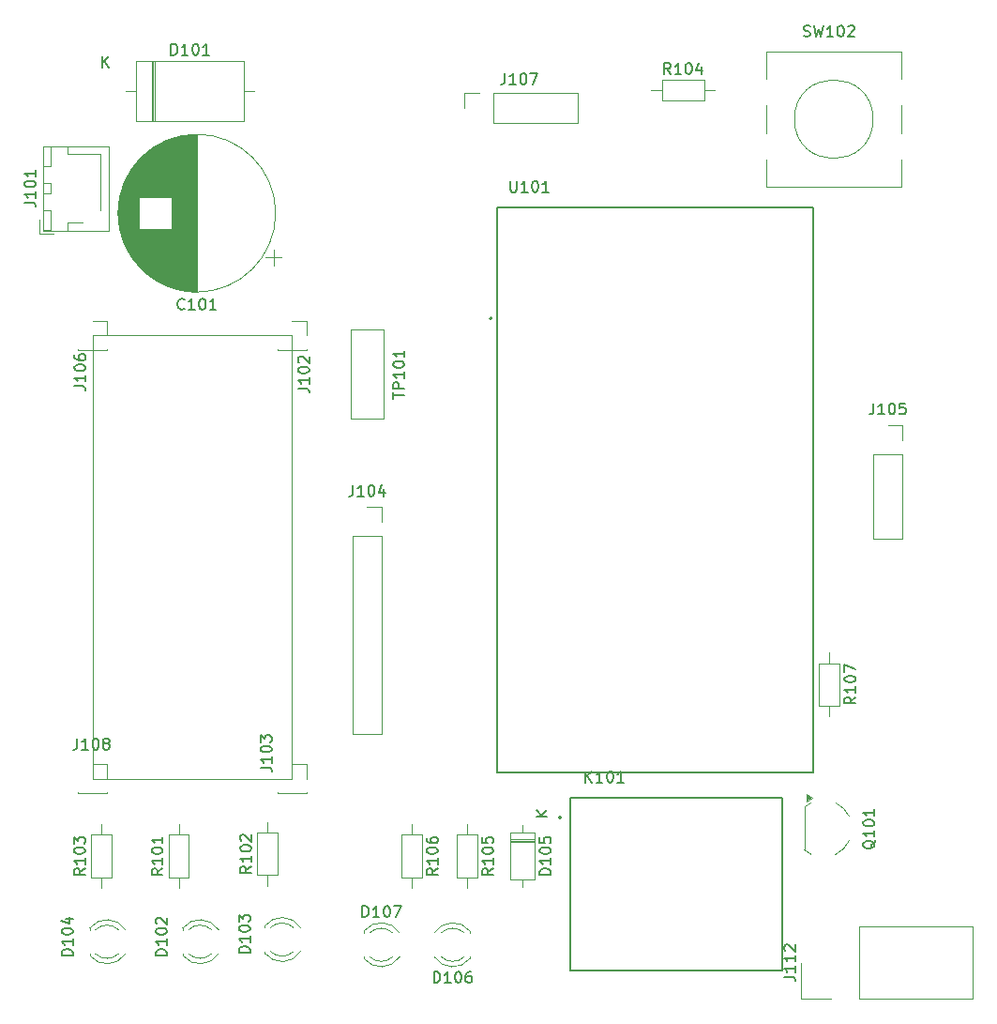
<source format=gbr>
%TF.GenerationSoftware,KiCad,Pcbnew,9.0.4*%
%TF.CreationDate,2025-11-05T17:19:51+05:30*%
%TF.ProjectId,BikeSSv3,42696b65-5353-4763-932e-6b696361645f,rev?*%
%TF.SameCoordinates,Original*%
%TF.FileFunction,Legend,Top*%
%TF.FilePolarity,Positive*%
%FSLAX46Y46*%
G04 Gerber Fmt 4.6, Leading zero omitted, Abs format (unit mm)*
G04 Created by KiCad (PCBNEW 9.0.4) date 2025-11-05 17:19:51*
%MOMM*%
%LPD*%
G01*
G04 APERTURE LIST*
%ADD10C,0.100000*%
%ADD11C,0.150000*%
%ADD12C,0.120000*%
%ADD13C,0.127000*%
%ADD14C,0.200000*%
G04 APERTURE END LIST*
D10*
X195100000Y-100025000D02*
X213100000Y-100025000D01*
X213100000Y-140025000D01*
X195100000Y-140025000D01*
X195100000Y-100025000D01*
D11*
X232314285Y-76379819D02*
X232314285Y-77094104D01*
X232314285Y-77094104D02*
X232266666Y-77236961D01*
X232266666Y-77236961D02*
X232171428Y-77332200D01*
X232171428Y-77332200D02*
X232028571Y-77379819D01*
X232028571Y-77379819D02*
X231933333Y-77379819D01*
X233314285Y-77379819D02*
X232742857Y-77379819D01*
X233028571Y-77379819D02*
X233028571Y-76379819D01*
X233028571Y-76379819D02*
X232933333Y-76522676D01*
X232933333Y-76522676D02*
X232838095Y-76617914D01*
X232838095Y-76617914D02*
X232742857Y-76665533D01*
X233933333Y-76379819D02*
X234028571Y-76379819D01*
X234028571Y-76379819D02*
X234123809Y-76427438D01*
X234123809Y-76427438D02*
X234171428Y-76475057D01*
X234171428Y-76475057D02*
X234219047Y-76570295D01*
X234219047Y-76570295D02*
X234266666Y-76760771D01*
X234266666Y-76760771D02*
X234266666Y-76998866D01*
X234266666Y-76998866D02*
X234219047Y-77189342D01*
X234219047Y-77189342D02*
X234171428Y-77284580D01*
X234171428Y-77284580D02*
X234123809Y-77332200D01*
X234123809Y-77332200D02*
X234028571Y-77379819D01*
X234028571Y-77379819D02*
X233933333Y-77379819D01*
X233933333Y-77379819D02*
X233838095Y-77332200D01*
X233838095Y-77332200D02*
X233790476Y-77284580D01*
X233790476Y-77284580D02*
X233742857Y-77189342D01*
X233742857Y-77189342D02*
X233695238Y-76998866D01*
X233695238Y-76998866D02*
X233695238Y-76760771D01*
X233695238Y-76760771D02*
X233742857Y-76570295D01*
X233742857Y-76570295D02*
X233790476Y-76475057D01*
X233790476Y-76475057D02*
X233838095Y-76427438D01*
X233838095Y-76427438D02*
X233933333Y-76379819D01*
X234600000Y-76379819D02*
X235266666Y-76379819D01*
X235266666Y-76379819D02*
X234838095Y-77379819D01*
X194414819Y-148119047D02*
X193938628Y-148452380D01*
X194414819Y-148690475D02*
X193414819Y-148690475D01*
X193414819Y-148690475D02*
X193414819Y-148309523D01*
X193414819Y-148309523D02*
X193462438Y-148214285D01*
X193462438Y-148214285D02*
X193510057Y-148166666D01*
X193510057Y-148166666D02*
X193605295Y-148119047D01*
X193605295Y-148119047D02*
X193748152Y-148119047D01*
X193748152Y-148119047D02*
X193843390Y-148166666D01*
X193843390Y-148166666D02*
X193891009Y-148214285D01*
X193891009Y-148214285D02*
X193938628Y-148309523D01*
X193938628Y-148309523D02*
X193938628Y-148690475D01*
X194414819Y-147166666D02*
X194414819Y-147738094D01*
X194414819Y-147452380D02*
X193414819Y-147452380D01*
X193414819Y-147452380D02*
X193557676Y-147547618D01*
X193557676Y-147547618D02*
X193652914Y-147642856D01*
X193652914Y-147642856D02*
X193700533Y-147738094D01*
X193414819Y-146547618D02*
X193414819Y-146452380D01*
X193414819Y-146452380D02*
X193462438Y-146357142D01*
X193462438Y-146357142D02*
X193510057Y-146309523D01*
X193510057Y-146309523D02*
X193605295Y-146261904D01*
X193605295Y-146261904D02*
X193795771Y-146214285D01*
X193795771Y-146214285D02*
X194033866Y-146214285D01*
X194033866Y-146214285D02*
X194224342Y-146261904D01*
X194224342Y-146261904D02*
X194319580Y-146309523D01*
X194319580Y-146309523D02*
X194367200Y-146357142D01*
X194367200Y-146357142D02*
X194414819Y-146452380D01*
X194414819Y-146452380D02*
X194414819Y-146547618D01*
X194414819Y-146547618D02*
X194367200Y-146642856D01*
X194367200Y-146642856D02*
X194319580Y-146690475D01*
X194319580Y-146690475D02*
X194224342Y-146738094D01*
X194224342Y-146738094D02*
X194033866Y-146785713D01*
X194033866Y-146785713D02*
X193795771Y-146785713D01*
X193795771Y-146785713D02*
X193605295Y-146738094D01*
X193605295Y-146738094D02*
X193510057Y-146690475D01*
X193510057Y-146690475D02*
X193462438Y-146642856D01*
X193462438Y-146642856D02*
X193414819Y-146547618D01*
X193414819Y-145880951D02*
X193414819Y-145261904D01*
X193414819Y-145261904D02*
X193795771Y-145595237D01*
X193795771Y-145595237D02*
X193795771Y-145452380D01*
X193795771Y-145452380D02*
X193843390Y-145357142D01*
X193843390Y-145357142D02*
X193891009Y-145309523D01*
X193891009Y-145309523D02*
X193986247Y-145261904D01*
X193986247Y-145261904D02*
X194224342Y-145261904D01*
X194224342Y-145261904D02*
X194319580Y-145309523D01*
X194319580Y-145309523D02*
X194367200Y-145357142D01*
X194367200Y-145357142D02*
X194414819Y-145452380D01*
X194414819Y-145452380D02*
X194414819Y-145738094D01*
X194414819Y-145738094D02*
X194367200Y-145833332D01*
X194367200Y-145833332D02*
X194319580Y-145880951D01*
X231254819Y-148119047D02*
X230778628Y-148452380D01*
X231254819Y-148690475D02*
X230254819Y-148690475D01*
X230254819Y-148690475D02*
X230254819Y-148309523D01*
X230254819Y-148309523D02*
X230302438Y-148214285D01*
X230302438Y-148214285D02*
X230350057Y-148166666D01*
X230350057Y-148166666D02*
X230445295Y-148119047D01*
X230445295Y-148119047D02*
X230588152Y-148119047D01*
X230588152Y-148119047D02*
X230683390Y-148166666D01*
X230683390Y-148166666D02*
X230731009Y-148214285D01*
X230731009Y-148214285D02*
X230778628Y-148309523D01*
X230778628Y-148309523D02*
X230778628Y-148690475D01*
X231254819Y-147166666D02*
X231254819Y-147738094D01*
X231254819Y-147452380D02*
X230254819Y-147452380D01*
X230254819Y-147452380D02*
X230397676Y-147547618D01*
X230397676Y-147547618D02*
X230492914Y-147642856D01*
X230492914Y-147642856D02*
X230540533Y-147738094D01*
X230254819Y-146547618D02*
X230254819Y-146452380D01*
X230254819Y-146452380D02*
X230302438Y-146357142D01*
X230302438Y-146357142D02*
X230350057Y-146309523D01*
X230350057Y-146309523D02*
X230445295Y-146261904D01*
X230445295Y-146261904D02*
X230635771Y-146214285D01*
X230635771Y-146214285D02*
X230873866Y-146214285D01*
X230873866Y-146214285D02*
X231064342Y-146261904D01*
X231064342Y-146261904D02*
X231159580Y-146309523D01*
X231159580Y-146309523D02*
X231207200Y-146357142D01*
X231207200Y-146357142D02*
X231254819Y-146452380D01*
X231254819Y-146452380D02*
X231254819Y-146547618D01*
X231254819Y-146547618D02*
X231207200Y-146642856D01*
X231207200Y-146642856D02*
X231159580Y-146690475D01*
X231159580Y-146690475D02*
X231064342Y-146738094D01*
X231064342Y-146738094D02*
X230873866Y-146785713D01*
X230873866Y-146785713D02*
X230635771Y-146785713D01*
X230635771Y-146785713D02*
X230445295Y-146738094D01*
X230445295Y-146738094D02*
X230350057Y-146690475D01*
X230350057Y-146690475D02*
X230302438Y-146642856D01*
X230302438Y-146642856D02*
X230254819Y-146547618D01*
X230254819Y-145309523D02*
X230254819Y-145785713D01*
X230254819Y-145785713D02*
X230731009Y-145833332D01*
X230731009Y-145833332D02*
X230683390Y-145785713D01*
X230683390Y-145785713D02*
X230635771Y-145690475D01*
X230635771Y-145690475D02*
X230635771Y-145452380D01*
X230635771Y-145452380D02*
X230683390Y-145357142D01*
X230683390Y-145357142D02*
X230731009Y-145309523D01*
X230731009Y-145309523D02*
X230826247Y-145261904D01*
X230826247Y-145261904D02*
X231064342Y-145261904D01*
X231064342Y-145261904D02*
X231159580Y-145309523D01*
X231159580Y-145309523D02*
X231207200Y-145357142D01*
X231207200Y-145357142D02*
X231254819Y-145452380D01*
X231254819Y-145452380D02*
X231254819Y-145690475D01*
X231254819Y-145690475D02*
X231207200Y-145785713D01*
X231207200Y-145785713D02*
X231159580Y-145833332D01*
X209414819Y-147919047D02*
X208938628Y-148252380D01*
X209414819Y-148490475D02*
X208414819Y-148490475D01*
X208414819Y-148490475D02*
X208414819Y-148109523D01*
X208414819Y-148109523D02*
X208462438Y-148014285D01*
X208462438Y-148014285D02*
X208510057Y-147966666D01*
X208510057Y-147966666D02*
X208605295Y-147919047D01*
X208605295Y-147919047D02*
X208748152Y-147919047D01*
X208748152Y-147919047D02*
X208843390Y-147966666D01*
X208843390Y-147966666D02*
X208891009Y-148014285D01*
X208891009Y-148014285D02*
X208938628Y-148109523D01*
X208938628Y-148109523D02*
X208938628Y-148490475D01*
X209414819Y-146966666D02*
X209414819Y-147538094D01*
X209414819Y-147252380D02*
X208414819Y-147252380D01*
X208414819Y-147252380D02*
X208557676Y-147347618D01*
X208557676Y-147347618D02*
X208652914Y-147442856D01*
X208652914Y-147442856D02*
X208700533Y-147538094D01*
X208414819Y-146347618D02*
X208414819Y-146252380D01*
X208414819Y-146252380D02*
X208462438Y-146157142D01*
X208462438Y-146157142D02*
X208510057Y-146109523D01*
X208510057Y-146109523D02*
X208605295Y-146061904D01*
X208605295Y-146061904D02*
X208795771Y-146014285D01*
X208795771Y-146014285D02*
X209033866Y-146014285D01*
X209033866Y-146014285D02*
X209224342Y-146061904D01*
X209224342Y-146061904D02*
X209319580Y-146109523D01*
X209319580Y-146109523D02*
X209367200Y-146157142D01*
X209367200Y-146157142D02*
X209414819Y-146252380D01*
X209414819Y-146252380D02*
X209414819Y-146347618D01*
X209414819Y-146347618D02*
X209367200Y-146442856D01*
X209367200Y-146442856D02*
X209319580Y-146490475D01*
X209319580Y-146490475D02*
X209224342Y-146538094D01*
X209224342Y-146538094D02*
X209033866Y-146585713D01*
X209033866Y-146585713D02*
X208795771Y-146585713D01*
X208795771Y-146585713D02*
X208605295Y-146538094D01*
X208605295Y-146538094D02*
X208510057Y-146490475D01*
X208510057Y-146490475D02*
X208462438Y-146442856D01*
X208462438Y-146442856D02*
X208414819Y-146347618D01*
X208510057Y-145633332D02*
X208462438Y-145585713D01*
X208462438Y-145585713D02*
X208414819Y-145490475D01*
X208414819Y-145490475D02*
X208414819Y-145252380D01*
X208414819Y-145252380D02*
X208462438Y-145157142D01*
X208462438Y-145157142D02*
X208510057Y-145109523D01*
X208510057Y-145109523D02*
X208605295Y-145061904D01*
X208605295Y-145061904D02*
X208700533Y-145061904D01*
X208700533Y-145061904D02*
X208843390Y-145109523D01*
X208843390Y-145109523D02*
X209414819Y-145680951D01*
X209414819Y-145680951D02*
X209414819Y-145061904D01*
X209304819Y-155715475D02*
X208304819Y-155715475D01*
X208304819Y-155715475D02*
X208304819Y-155477380D01*
X208304819Y-155477380D02*
X208352438Y-155334523D01*
X208352438Y-155334523D02*
X208447676Y-155239285D01*
X208447676Y-155239285D02*
X208542914Y-155191666D01*
X208542914Y-155191666D02*
X208733390Y-155144047D01*
X208733390Y-155144047D02*
X208876247Y-155144047D01*
X208876247Y-155144047D02*
X209066723Y-155191666D01*
X209066723Y-155191666D02*
X209161961Y-155239285D01*
X209161961Y-155239285D02*
X209257200Y-155334523D01*
X209257200Y-155334523D02*
X209304819Y-155477380D01*
X209304819Y-155477380D02*
X209304819Y-155715475D01*
X209304819Y-154191666D02*
X209304819Y-154763094D01*
X209304819Y-154477380D02*
X208304819Y-154477380D01*
X208304819Y-154477380D02*
X208447676Y-154572618D01*
X208447676Y-154572618D02*
X208542914Y-154667856D01*
X208542914Y-154667856D02*
X208590533Y-154763094D01*
X208304819Y-153572618D02*
X208304819Y-153477380D01*
X208304819Y-153477380D02*
X208352438Y-153382142D01*
X208352438Y-153382142D02*
X208400057Y-153334523D01*
X208400057Y-153334523D02*
X208495295Y-153286904D01*
X208495295Y-153286904D02*
X208685771Y-153239285D01*
X208685771Y-153239285D02*
X208923866Y-153239285D01*
X208923866Y-153239285D02*
X209114342Y-153286904D01*
X209114342Y-153286904D02*
X209209580Y-153334523D01*
X209209580Y-153334523D02*
X209257200Y-153382142D01*
X209257200Y-153382142D02*
X209304819Y-153477380D01*
X209304819Y-153477380D02*
X209304819Y-153572618D01*
X209304819Y-153572618D02*
X209257200Y-153667856D01*
X209257200Y-153667856D02*
X209209580Y-153715475D01*
X209209580Y-153715475D02*
X209114342Y-153763094D01*
X209114342Y-153763094D02*
X208923866Y-153810713D01*
X208923866Y-153810713D02*
X208685771Y-153810713D01*
X208685771Y-153810713D02*
X208495295Y-153763094D01*
X208495295Y-153763094D02*
X208400057Y-153715475D01*
X208400057Y-153715475D02*
X208352438Y-153667856D01*
X208352438Y-153667856D02*
X208304819Y-153572618D01*
X208304819Y-152905951D02*
X208304819Y-152286904D01*
X208304819Y-152286904D02*
X208685771Y-152620237D01*
X208685771Y-152620237D02*
X208685771Y-152477380D01*
X208685771Y-152477380D02*
X208733390Y-152382142D01*
X208733390Y-152382142D02*
X208781009Y-152334523D01*
X208781009Y-152334523D02*
X208876247Y-152286904D01*
X208876247Y-152286904D02*
X209114342Y-152286904D01*
X209114342Y-152286904D02*
X209209580Y-152334523D01*
X209209580Y-152334523D02*
X209257200Y-152382142D01*
X209257200Y-152382142D02*
X209304819Y-152477380D01*
X209304819Y-152477380D02*
X209304819Y-152763094D01*
X209304819Y-152763094D02*
X209257200Y-152858332D01*
X209257200Y-152858332D02*
X209209580Y-152905951D01*
X265760057Y-145582619D02*
X265712438Y-145677857D01*
X265712438Y-145677857D02*
X265617200Y-145773095D01*
X265617200Y-145773095D02*
X265474342Y-145915952D01*
X265474342Y-145915952D02*
X265426723Y-146011190D01*
X265426723Y-146011190D02*
X265426723Y-146106428D01*
X265664819Y-146058809D02*
X265617200Y-146154047D01*
X265617200Y-146154047D02*
X265521961Y-146249285D01*
X265521961Y-146249285D02*
X265331485Y-146296904D01*
X265331485Y-146296904D02*
X264998152Y-146296904D01*
X264998152Y-146296904D02*
X264807676Y-146249285D01*
X264807676Y-146249285D02*
X264712438Y-146154047D01*
X264712438Y-146154047D02*
X264664819Y-146058809D01*
X264664819Y-146058809D02*
X264664819Y-145868333D01*
X264664819Y-145868333D02*
X264712438Y-145773095D01*
X264712438Y-145773095D02*
X264807676Y-145677857D01*
X264807676Y-145677857D02*
X264998152Y-145630238D01*
X264998152Y-145630238D02*
X265331485Y-145630238D01*
X265331485Y-145630238D02*
X265521961Y-145677857D01*
X265521961Y-145677857D02*
X265617200Y-145773095D01*
X265617200Y-145773095D02*
X265664819Y-145868333D01*
X265664819Y-145868333D02*
X265664819Y-146058809D01*
X265664819Y-144677857D02*
X265664819Y-145249285D01*
X265664819Y-144963571D02*
X264664819Y-144963571D01*
X264664819Y-144963571D02*
X264807676Y-145058809D01*
X264807676Y-145058809D02*
X264902914Y-145154047D01*
X264902914Y-145154047D02*
X264950533Y-145249285D01*
X264664819Y-144058809D02*
X264664819Y-143963571D01*
X264664819Y-143963571D02*
X264712438Y-143868333D01*
X264712438Y-143868333D02*
X264760057Y-143820714D01*
X264760057Y-143820714D02*
X264855295Y-143773095D01*
X264855295Y-143773095D02*
X265045771Y-143725476D01*
X265045771Y-143725476D02*
X265283866Y-143725476D01*
X265283866Y-143725476D02*
X265474342Y-143773095D01*
X265474342Y-143773095D02*
X265569580Y-143820714D01*
X265569580Y-143820714D02*
X265617200Y-143868333D01*
X265617200Y-143868333D02*
X265664819Y-143963571D01*
X265664819Y-143963571D02*
X265664819Y-144058809D01*
X265664819Y-144058809D02*
X265617200Y-144154047D01*
X265617200Y-144154047D02*
X265569580Y-144201666D01*
X265569580Y-144201666D02*
X265474342Y-144249285D01*
X265474342Y-144249285D02*
X265283866Y-144296904D01*
X265283866Y-144296904D02*
X265045771Y-144296904D01*
X265045771Y-144296904D02*
X264855295Y-144249285D01*
X264855295Y-144249285D02*
X264760057Y-144201666D01*
X264760057Y-144201666D02*
X264712438Y-144154047D01*
X264712438Y-144154047D02*
X264664819Y-144058809D01*
X265664819Y-142773095D02*
X265664819Y-143344523D01*
X265664819Y-143058809D02*
X264664819Y-143058809D01*
X264664819Y-143058809D02*
X264807676Y-143154047D01*
X264807676Y-143154047D02*
X264902914Y-143249285D01*
X264902914Y-143249285D02*
X264950533Y-143344523D01*
X218594285Y-113524819D02*
X218594285Y-114239104D01*
X218594285Y-114239104D02*
X218546666Y-114381961D01*
X218546666Y-114381961D02*
X218451428Y-114477200D01*
X218451428Y-114477200D02*
X218308571Y-114524819D01*
X218308571Y-114524819D02*
X218213333Y-114524819D01*
X219594285Y-114524819D02*
X219022857Y-114524819D01*
X219308571Y-114524819D02*
X219308571Y-113524819D01*
X219308571Y-113524819D02*
X219213333Y-113667676D01*
X219213333Y-113667676D02*
X219118095Y-113762914D01*
X219118095Y-113762914D02*
X219022857Y-113810533D01*
X220213333Y-113524819D02*
X220308571Y-113524819D01*
X220308571Y-113524819D02*
X220403809Y-113572438D01*
X220403809Y-113572438D02*
X220451428Y-113620057D01*
X220451428Y-113620057D02*
X220499047Y-113715295D01*
X220499047Y-113715295D02*
X220546666Y-113905771D01*
X220546666Y-113905771D02*
X220546666Y-114143866D01*
X220546666Y-114143866D02*
X220499047Y-114334342D01*
X220499047Y-114334342D02*
X220451428Y-114429580D01*
X220451428Y-114429580D02*
X220403809Y-114477200D01*
X220403809Y-114477200D02*
X220308571Y-114524819D01*
X220308571Y-114524819D02*
X220213333Y-114524819D01*
X220213333Y-114524819D02*
X220118095Y-114477200D01*
X220118095Y-114477200D02*
X220070476Y-114429580D01*
X220070476Y-114429580D02*
X220022857Y-114334342D01*
X220022857Y-114334342D02*
X219975238Y-114143866D01*
X219975238Y-114143866D02*
X219975238Y-113905771D01*
X219975238Y-113905771D02*
X220022857Y-113715295D01*
X220022857Y-113715295D02*
X220070476Y-113620057D01*
X220070476Y-113620057D02*
X220118095Y-113572438D01*
X220118095Y-113572438D02*
X220213333Y-113524819D01*
X221403809Y-113858152D02*
X221403809Y-114524819D01*
X221165714Y-113477200D02*
X220927619Y-114191485D01*
X220927619Y-114191485D02*
X221546666Y-114191485D01*
X193714285Y-136379819D02*
X193714285Y-137094104D01*
X193714285Y-137094104D02*
X193666666Y-137236961D01*
X193666666Y-137236961D02*
X193571428Y-137332200D01*
X193571428Y-137332200D02*
X193428571Y-137379819D01*
X193428571Y-137379819D02*
X193333333Y-137379819D01*
X194714285Y-137379819D02*
X194142857Y-137379819D01*
X194428571Y-137379819D02*
X194428571Y-136379819D01*
X194428571Y-136379819D02*
X194333333Y-136522676D01*
X194333333Y-136522676D02*
X194238095Y-136617914D01*
X194238095Y-136617914D02*
X194142857Y-136665533D01*
X195333333Y-136379819D02*
X195428571Y-136379819D01*
X195428571Y-136379819D02*
X195523809Y-136427438D01*
X195523809Y-136427438D02*
X195571428Y-136475057D01*
X195571428Y-136475057D02*
X195619047Y-136570295D01*
X195619047Y-136570295D02*
X195666666Y-136760771D01*
X195666666Y-136760771D02*
X195666666Y-136998866D01*
X195666666Y-136998866D02*
X195619047Y-137189342D01*
X195619047Y-137189342D02*
X195571428Y-137284580D01*
X195571428Y-137284580D02*
X195523809Y-137332200D01*
X195523809Y-137332200D02*
X195428571Y-137379819D01*
X195428571Y-137379819D02*
X195333333Y-137379819D01*
X195333333Y-137379819D02*
X195238095Y-137332200D01*
X195238095Y-137332200D02*
X195190476Y-137284580D01*
X195190476Y-137284580D02*
X195142857Y-137189342D01*
X195142857Y-137189342D02*
X195095238Y-136998866D01*
X195095238Y-136998866D02*
X195095238Y-136760771D01*
X195095238Y-136760771D02*
X195142857Y-136570295D01*
X195142857Y-136570295D02*
X195190476Y-136475057D01*
X195190476Y-136475057D02*
X195238095Y-136427438D01*
X195238095Y-136427438D02*
X195333333Y-136379819D01*
X196238095Y-136808390D02*
X196142857Y-136760771D01*
X196142857Y-136760771D02*
X196095238Y-136713152D01*
X196095238Y-136713152D02*
X196047619Y-136617914D01*
X196047619Y-136617914D02*
X196047619Y-136570295D01*
X196047619Y-136570295D02*
X196095238Y-136475057D01*
X196095238Y-136475057D02*
X196142857Y-136427438D01*
X196142857Y-136427438D02*
X196238095Y-136379819D01*
X196238095Y-136379819D02*
X196428571Y-136379819D01*
X196428571Y-136379819D02*
X196523809Y-136427438D01*
X196523809Y-136427438D02*
X196571428Y-136475057D01*
X196571428Y-136475057D02*
X196619047Y-136570295D01*
X196619047Y-136570295D02*
X196619047Y-136617914D01*
X196619047Y-136617914D02*
X196571428Y-136713152D01*
X196571428Y-136713152D02*
X196523809Y-136760771D01*
X196523809Y-136760771D02*
X196428571Y-136808390D01*
X196428571Y-136808390D02*
X196238095Y-136808390D01*
X196238095Y-136808390D02*
X196142857Y-136856009D01*
X196142857Y-136856009D02*
X196095238Y-136903628D01*
X196095238Y-136903628D02*
X196047619Y-136998866D01*
X196047619Y-136998866D02*
X196047619Y-137189342D01*
X196047619Y-137189342D02*
X196095238Y-137284580D01*
X196095238Y-137284580D02*
X196142857Y-137332200D01*
X196142857Y-137332200D02*
X196238095Y-137379819D01*
X196238095Y-137379819D02*
X196428571Y-137379819D01*
X196428571Y-137379819D02*
X196523809Y-137332200D01*
X196523809Y-137332200D02*
X196571428Y-137284580D01*
X196571428Y-137284580D02*
X196619047Y-137189342D01*
X196619047Y-137189342D02*
X196619047Y-136998866D01*
X196619047Y-136998866D02*
X196571428Y-136903628D01*
X196571428Y-136903628D02*
X196523809Y-136856009D01*
X196523809Y-136856009D02*
X196428571Y-136808390D01*
X225919524Y-158414819D02*
X225919524Y-157414819D01*
X225919524Y-157414819D02*
X226157619Y-157414819D01*
X226157619Y-157414819D02*
X226300476Y-157462438D01*
X226300476Y-157462438D02*
X226395714Y-157557676D01*
X226395714Y-157557676D02*
X226443333Y-157652914D01*
X226443333Y-157652914D02*
X226490952Y-157843390D01*
X226490952Y-157843390D02*
X226490952Y-157986247D01*
X226490952Y-157986247D02*
X226443333Y-158176723D01*
X226443333Y-158176723D02*
X226395714Y-158271961D01*
X226395714Y-158271961D02*
X226300476Y-158367200D01*
X226300476Y-158367200D02*
X226157619Y-158414819D01*
X226157619Y-158414819D02*
X225919524Y-158414819D01*
X227443333Y-158414819D02*
X226871905Y-158414819D01*
X227157619Y-158414819D02*
X227157619Y-157414819D01*
X227157619Y-157414819D02*
X227062381Y-157557676D01*
X227062381Y-157557676D02*
X226967143Y-157652914D01*
X226967143Y-157652914D02*
X226871905Y-157700533D01*
X228062381Y-157414819D02*
X228157619Y-157414819D01*
X228157619Y-157414819D02*
X228252857Y-157462438D01*
X228252857Y-157462438D02*
X228300476Y-157510057D01*
X228300476Y-157510057D02*
X228348095Y-157605295D01*
X228348095Y-157605295D02*
X228395714Y-157795771D01*
X228395714Y-157795771D02*
X228395714Y-158033866D01*
X228395714Y-158033866D02*
X228348095Y-158224342D01*
X228348095Y-158224342D02*
X228300476Y-158319580D01*
X228300476Y-158319580D02*
X228252857Y-158367200D01*
X228252857Y-158367200D02*
X228157619Y-158414819D01*
X228157619Y-158414819D02*
X228062381Y-158414819D01*
X228062381Y-158414819D02*
X227967143Y-158367200D01*
X227967143Y-158367200D02*
X227919524Y-158319580D01*
X227919524Y-158319580D02*
X227871905Y-158224342D01*
X227871905Y-158224342D02*
X227824286Y-158033866D01*
X227824286Y-158033866D02*
X227824286Y-157795771D01*
X227824286Y-157795771D02*
X227871905Y-157605295D01*
X227871905Y-157605295D02*
X227919524Y-157510057D01*
X227919524Y-157510057D02*
X227967143Y-157462438D01*
X227967143Y-157462438D02*
X228062381Y-157414819D01*
X229252857Y-157414819D02*
X229062381Y-157414819D01*
X229062381Y-157414819D02*
X228967143Y-157462438D01*
X228967143Y-157462438D02*
X228919524Y-157510057D01*
X228919524Y-157510057D02*
X228824286Y-157652914D01*
X228824286Y-157652914D02*
X228776667Y-157843390D01*
X228776667Y-157843390D02*
X228776667Y-158224342D01*
X228776667Y-158224342D02*
X228824286Y-158319580D01*
X228824286Y-158319580D02*
X228871905Y-158367200D01*
X228871905Y-158367200D02*
X228967143Y-158414819D01*
X228967143Y-158414819D02*
X229157619Y-158414819D01*
X229157619Y-158414819D02*
X229252857Y-158367200D01*
X229252857Y-158367200D02*
X229300476Y-158319580D01*
X229300476Y-158319580D02*
X229348095Y-158224342D01*
X229348095Y-158224342D02*
X229348095Y-157986247D01*
X229348095Y-157986247D02*
X229300476Y-157891009D01*
X229300476Y-157891009D02*
X229252857Y-157843390D01*
X229252857Y-157843390D02*
X229157619Y-157795771D01*
X229157619Y-157795771D02*
X228967143Y-157795771D01*
X228967143Y-157795771D02*
X228871905Y-157843390D01*
X228871905Y-157843390D02*
X228824286Y-157891009D01*
X228824286Y-157891009D02*
X228776667Y-157986247D01*
X222234819Y-105739285D02*
X222234819Y-105167857D01*
X223234819Y-105453571D02*
X222234819Y-105453571D01*
X223234819Y-104834523D02*
X222234819Y-104834523D01*
X222234819Y-104834523D02*
X222234819Y-104453571D01*
X222234819Y-104453571D02*
X222282438Y-104358333D01*
X222282438Y-104358333D02*
X222330057Y-104310714D01*
X222330057Y-104310714D02*
X222425295Y-104263095D01*
X222425295Y-104263095D02*
X222568152Y-104263095D01*
X222568152Y-104263095D02*
X222663390Y-104310714D01*
X222663390Y-104310714D02*
X222711009Y-104358333D01*
X222711009Y-104358333D02*
X222758628Y-104453571D01*
X222758628Y-104453571D02*
X222758628Y-104834523D01*
X223234819Y-103310714D02*
X223234819Y-103882142D01*
X223234819Y-103596428D02*
X222234819Y-103596428D01*
X222234819Y-103596428D02*
X222377676Y-103691666D01*
X222377676Y-103691666D02*
X222472914Y-103786904D01*
X222472914Y-103786904D02*
X222520533Y-103882142D01*
X222234819Y-102691666D02*
X222234819Y-102596428D01*
X222234819Y-102596428D02*
X222282438Y-102501190D01*
X222282438Y-102501190D02*
X222330057Y-102453571D01*
X222330057Y-102453571D02*
X222425295Y-102405952D01*
X222425295Y-102405952D02*
X222615771Y-102358333D01*
X222615771Y-102358333D02*
X222853866Y-102358333D01*
X222853866Y-102358333D02*
X223044342Y-102405952D01*
X223044342Y-102405952D02*
X223139580Y-102453571D01*
X223139580Y-102453571D02*
X223187200Y-102501190D01*
X223187200Y-102501190D02*
X223234819Y-102596428D01*
X223234819Y-102596428D02*
X223234819Y-102691666D01*
X223234819Y-102691666D02*
X223187200Y-102786904D01*
X223187200Y-102786904D02*
X223139580Y-102834523D01*
X223139580Y-102834523D02*
X223044342Y-102882142D01*
X223044342Y-102882142D02*
X222853866Y-102929761D01*
X222853866Y-102929761D02*
X222615771Y-102929761D01*
X222615771Y-102929761D02*
X222425295Y-102882142D01*
X222425295Y-102882142D02*
X222330057Y-102834523D01*
X222330057Y-102834523D02*
X222282438Y-102786904D01*
X222282438Y-102786904D02*
X222234819Y-102691666D01*
X223234819Y-101405952D02*
X223234819Y-101977380D01*
X223234819Y-101691666D02*
X222234819Y-101691666D01*
X222234819Y-101691666D02*
X222377676Y-101786904D01*
X222377676Y-101786904D02*
X222472914Y-101882142D01*
X222472914Y-101882142D02*
X222520533Y-101977380D01*
X219459524Y-152494819D02*
X219459524Y-151494819D01*
X219459524Y-151494819D02*
X219697619Y-151494819D01*
X219697619Y-151494819D02*
X219840476Y-151542438D01*
X219840476Y-151542438D02*
X219935714Y-151637676D01*
X219935714Y-151637676D02*
X219983333Y-151732914D01*
X219983333Y-151732914D02*
X220030952Y-151923390D01*
X220030952Y-151923390D02*
X220030952Y-152066247D01*
X220030952Y-152066247D02*
X219983333Y-152256723D01*
X219983333Y-152256723D02*
X219935714Y-152351961D01*
X219935714Y-152351961D02*
X219840476Y-152447200D01*
X219840476Y-152447200D02*
X219697619Y-152494819D01*
X219697619Y-152494819D02*
X219459524Y-152494819D01*
X220983333Y-152494819D02*
X220411905Y-152494819D01*
X220697619Y-152494819D02*
X220697619Y-151494819D01*
X220697619Y-151494819D02*
X220602381Y-151637676D01*
X220602381Y-151637676D02*
X220507143Y-151732914D01*
X220507143Y-151732914D02*
X220411905Y-151780533D01*
X221602381Y-151494819D02*
X221697619Y-151494819D01*
X221697619Y-151494819D02*
X221792857Y-151542438D01*
X221792857Y-151542438D02*
X221840476Y-151590057D01*
X221840476Y-151590057D02*
X221888095Y-151685295D01*
X221888095Y-151685295D02*
X221935714Y-151875771D01*
X221935714Y-151875771D02*
X221935714Y-152113866D01*
X221935714Y-152113866D02*
X221888095Y-152304342D01*
X221888095Y-152304342D02*
X221840476Y-152399580D01*
X221840476Y-152399580D02*
X221792857Y-152447200D01*
X221792857Y-152447200D02*
X221697619Y-152494819D01*
X221697619Y-152494819D02*
X221602381Y-152494819D01*
X221602381Y-152494819D02*
X221507143Y-152447200D01*
X221507143Y-152447200D02*
X221459524Y-152399580D01*
X221459524Y-152399580D02*
X221411905Y-152304342D01*
X221411905Y-152304342D02*
X221364286Y-152113866D01*
X221364286Y-152113866D02*
X221364286Y-151875771D01*
X221364286Y-151875771D02*
X221411905Y-151685295D01*
X221411905Y-151685295D02*
X221459524Y-151590057D01*
X221459524Y-151590057D02*
X221507143Y-151542438D01*
X221507143Y-151542438D02*
X221602381Y-151494819D01*
X222269048Y-151494819D02*
X222935714Y-151494819D01*
X222935714Y-151494819D02*
X222507143Y-152494819D01*
X259294286Y-73022200D02*
X259437143Y-73069819D01*
X259437143Y-73069819D02*
X259675238Y-73069819D01*
X259675238Y-73069819D02*
X259770476Y-73022200D01*
X259770476Y-73022200D02*
X259818095Y-72974580D01*
X259818095Y-72974580D02*
X259865714Y-72879342D01*
X259865714Y-72879342D02*
X259865714Y-72784104D01*
X259865714Y-72784104D02*
X259818095Y-72688866D01*
X259818095Y-72688866D02*
X259770476Y-72641247D01*
X259770476Y-72641247D02*
X259675238Y-72593628D01*
X259675238Y-72593628D02*
X259484762Y-72546009D01*
X259484762Y-72546009D02*
X259389524Y-72498390D01*
X259389524Y-72498390D02*
X259341905Y-72450771D01*
X259341905Y-72450771D02*
X259294286Y-72355533D01*
X259294286Y-72355533D02*
X259294286Y-72260295D01*
X259294286Y-72260295D02*
X259341905Y-72165057D01*
X259341905Y-72165057D02*
X259389524Y-72117438D01*
X259389524Y-72117438D02*
X259484762Y-72069819D01*
X259484762Y-72069819D02*
X259722857Y-72069819D01*
X259722857Y-72069819D02*
X259865714Y-72117438D01*
X260199048Y-72069819D02*
X260437143Y-73069819D01*
X260437143Y-73069819D02*
X260627619Y-72355533D01*
X260627619Y-72355533D02*
X260818095Y-73069819D01*
X260818095Y-73069819D02*
X261056191Y-72069819D01*
X261960952Y-73069819D02*
X261389524Y-73069819D01*
X261675238Y-73069819D02*
X261675238Y-72069819D01*
X261675238Y-72069819D02*
X261580000Y-72212676D01*
X261580000Y-72212676D02*
X261484762Y-72307914D01*
X261484762Y-72307914D02*
X261389524Y-72355533D01*
X262580000Y-72069819D02*
X262675238Y-72069819D01*
X262675238Y-72069819D02*
X262770476Y-72117438D01*
X262770476Y-72117438D02*
X262818095Y-72165057D01*
X262818095Y-72165057D02*
X262865714Y-72260295D01*
X262865714Y-72260295D02*
X262913333Y-72450771D01*
X262913333Y-72450771D02*
X262913333Y-72688866D01*
X262913333Y-72688866D02*
X262865714Y-72879342D01*
X262865714Y-72879342D02*
X262818095Y-72974580D01*
X262818095Y-72974580D02*
X262770476Y-73022200D01*
X262770476Y-73022200D02*
X262675238Y-73069819D01*
X262675238Y-73069819D02*
X262580000Y-73069819D01*
X262580000Y-73069819D02*
X262484762Y-73022200D01*
X262484762Y-73022200D02*
X262437143Y-72974580D01*
X262437143Y-72974580D02*
X262389524Y-72879342D01*
X262389524Y-72879342D02*
X262341905Y-72688866D01*
X262341905Y-72688866D02*
X262341905Y-72450771D01*
X262341905Y-72450771D02*
X262389524Y-72260295D01*
X262389524Y-72260295D02*
X262437143Y-72165057D01*
X262437143Y-72165057D02*
X262484762Y-72117438D01*
X262484762Y-72117438D02*
X262580000Y-72069819D01*
X263294286Y-72165057D02*
X263341905Y-72117438D01*
X263341905Y-72117438D02*
X263437143Y-72069819D01*
X263437143Y-72069819D02*
X263675238Y-72069819D01*
X263675238Y-72069819D02*
X263770476Y-72117438D01*
X263770476Y-72117438D02*
X263818095Y-72165057D01*
X263818095Y-72165057D02*
X263865714Y-72260295D01*
X263865714Y-72260295D02*
X263865714Y-72355533D01*
X263865714Y-72355533D02*
X263818095Y-72498390D01*
X263818095Y-72498390D02*
X263246667Y-73069819D01*
X263246667Y-73069819D02*
X263865714Y-73069819D01*
X265594285Y-106144819D02*
X265594285Y-106859104D01*
X265594285Y-106859104D02*
X265546666Y-107001961D01*
X265546666Y-107001961D02*
X265451428Y-107097200D01*
X265451428Y-107097200D02*
X265308571Y-107144819D01*
X265308571Y-107144819D02*
X265213333Y-107144819D01*
X266594285Y-107144819D02*
X266022857Y-107144819D01*
X266308571Y-107144819D02*
X266308571Y-106144819D01*
X266308571Y-106144819D02*
X266213333Y-106287676D01*
X266213333Y-106287676D02*
X266118095Y-106382914D01*
X266118095Y-106382914D02*
X266022857Y-106430533D01*
X267213333Y-106144819D02*
X267308571Y-106144819D01*
X267308571Y-106144819D02*
X267403809Y-106192438D01*
X267403809Y-106192438D02*
X267451428Y-106240057D01*
X267451428Y-106240057D02*
X267499047Y-106335295D01*
X267499047Y-106335295D02*
X267546666Y-106525771D01*
X267546666Y-106525771D02*
X267546666Y-106763866D01*
X267546666Y-106763866D02*
X267499047Y-106954342D01*
X267499047Y-106954342D02*
X267451428Y-107049580D01*
X267451428Y-107049580D02*
X267403809Y-107097200D01*
X267403809Y-107097200D02*
X267308571Y-107144819D01*
X267308571Y-107144819D02*
X267213333Y-107144819D01*
X267213333Y-107144819D02*
X267118095Y-107097200D01*
X267118095Y-107097200D02*
X267070476Y-107049580D01*
X267070476Y-107049580D02*
X267022857Y-106954342D01*
X267022857Y-106954342D02*
X266975238Y-106763866D01*
X266975238Y-106763866D02*
X266975238Y-106525771D01*
X266975238Y-106525771D02*
X267022857Y-106335295D01*
X267022857Y-106335295D02*
X267070476Y-106240057D01*
X267070476Y-106240057D02*
X267118095Y-106192438D01*
X267118095Y-106192438D02*
X267213333Y-106144819D01*
X268451428Y-106144819D02*
X267975238Y-106144819D01*
X267975238Y-106144819D02*
X267927619Y-106621009D01*
X267927619Y-106621009D02*
X267975238Y-106573390D01*
X267975238Y-106573390D02*
X268070476Y-106525771D01*
X268070476Y-106525771D02*
X268308571Y-106525771D01*
X268308571Y-106525771D02*
X268403809Y-106573390D01*
X268403809Y-106573390D02*
X268451428Y-106621009D01*
X268451428Y-106621009D02*
X268499047Y-106716247D01*
X268499047Y-106716247D02*
X268499047Y-106954342D01*
X268499047Y-106954342D02*
X268451428Y-107049580D01*
X268451428Y-107049580D02*
X268403809Y-107097200D01*
X268403809Y-107097200D02*
X268308571Y-107144819D01*
X268308571Y-107144819D02*
X268070476Y-107144819D01*
X268070476Y-107144819D02*
X267975238Y-107097200D01*
X267975238Y-107097200D02*
X267927619Y-107049580D01*
X193454819Y-104610714D02*
X194169104Y-104610714D01*
X194169104Y-104610714D02*
X194311961Y-104658333D01*
X194311961Y-104658333D02*
X194407200Y-104753571D01*
X194407200Y-104753571D02*
X194454819Y-104896428D01*
X194454819Y-104896428D02*
X194454819Y-104991666D01*
X194454819Y-103610714D02*
X194454819Y-104182142D01*
X194454819Y-103896428D02*
X193454819Y-103896428D01*
X193454819Y-103896428D02*
X193597676Y-103991666D01*
X193597676Y-103991666D02*
X193692914Y-104086904D01*
X193692914Y-104086904D02*
X193740533Y-104182142D01*
X193454819Y-102991666D02*
X193454819Y-102896428D01*
X193454819Y-102896428D02*
X193502438Y-102801190D01*
X193502438Y-102801190D02*
X193550057Y-102753571D01*
X193550057Y-102753571D02*
X193645295Y-102705952D01*
X193645295Y-102705952D02*
X193835771Y-102658333D01*
X193835771Y-102658333D02*
X194073866Y-102658333D01*
X194073866Y-102658333D02*
X194264342Y-102705952D01*
X194264342Y-102705952D02*
X194359580Y-102753571D01*
X194359580Y-102753571D02*
X194407200Y-102801190D01*
X194407200Y-102801190D02*
X194454819Y-102896428D01*
X194454819Y-102896428D02*
X194454819Y-102991666D01*
X194454819Y-102991666D02*
X194407200Y-103086904D01*
X194407200Y-103086904D02*
X194359580Y-103134523D01*
X194359580Y-103134523D02*
X194264342Y-103182142D01*
X194264342Y-103182142D02*
X194073866Y-103229761D01*
X194073866Y-103229761D02*
X193835771Y-103229761D01*
X193835771Y-103229761D02*
X193645295Y-103182142D01*
X193645295Y-103182142D02*
X193550057Y-103134523D01*
X193550057Y-103134523D02*
X193502438Y-103086904D01*
X193502438Y-103086904D02*
X193454819Y-102991666D01*
X193454819Y-101801190D02*
X193454819Y-101991666D01*
X193454819Y-101991666D02*
X193502438Y-102086904D01*
X193502438Y-102086904D02*
X193550057Y-102134523D01*
X193550057Y-102134523D02*
X193692914Y-102229761D01*
X193692914Y-102229761D02*
X193883390Y-102277380D01*
X193883390Y-102277380D02*
X194264342Y-102277380D01*
X194264342Y-102277380D02*
X194359580Y-102229761D01*
X194359580Y-102229761D02*
X194407200Y-102182142D01*
X194407200Y-102182142D02*
X194454819Y-102086904D01*
X194454819Y-102086904D02*
X194454819Y-101896428D01*
X194454819Y-101896428D02*
X194407200Y-101801190D01*
X194407200Y-101801190D02*
X194359580Y-101753571D01*
X194359580Y-101753571D02*
X194264342Y-101705952D01*
X194264342Y-101705952D02*
X194026247Y-101705952D01*
X194026247Y-101705952D02*
X193931009Y-101753571D01*
X193931009Y-101753571D02*
X193883390Y-101801190D01*
X193883390Y-101801190D02*
X193835771Y-101896428D01*
X193835771Y-101896428D02*
X193835771Y-102086904D01*
X193835771Y-102086904D02*
X193883390Y-102182142D01*
X193883390Y-102182142D02*
X193931009Y-102229761D01*
X193931009Y-102229761D02*
X194026247Y-102277380D01*
X263974819Y-132644047D02*
X263498628Y-132977380D01*
X263974819Y-133215475D02*
X262974819Y-133215475D01*
X262974819Y-133215475D02*
X262974819Y-132834523D01*
X262974819Y-132834523D02*
X263022438Y-132739285D01*
X263022438Y-132739285D02*
X263070057Y-132691666D01*
X263070057Y-132691666D02*
X263165295Y-132644047D01*
X263165295Y-132644047D02*
X263308152Y-132644047D01*
X263308152Y-132644047D02*
X263403390Y-132691666D01*
X263403390Y-132691666D02*
X263451009Y-132739285D01*
X263451009Y-132739285D02*
X263498628Y-132834523D01*
X263498628Y-132834523D02*
X263498628Y-133215475D01*
X263974819Y-131691666D02*
X263974819Y-132263094D01*
X263974819Y-131977380D02*
X262974819Y-131977380D01*
X262974819Y-131977380D02*
X263117676Y-132072618D01*
X263117676Y-132072618D02*
X263212914Y-132167856D01*
X263212914Y-132167856D02*
X263260533Y-132263094D01*
X262974819Y-131072618D02*
X262974819Y-130977380D01*
X262974819Y-130977380D02*
X263022438Y-130882142D01*
X263022438Y-130882142D02*
X263070057Y-130834523D01*
X263070057Y-130834523D02*
X263165295Y-130786904D01*
X263165295Y-130786904D02*
X263355771Y-130739285D01*
X263355771Y-130739285D02*
X263593866Y-130739285D01*
X263593866Y-130739285D02*
X263784342Y-130786904D01*
X263784342Y-130786904D02*
X263879580Y-130834523D01*
X263879580Y-130834523D02*
X263927200Y-130882142D01*
X263927200Y-130882142D02*
X263974819Y-130977380D01*
X263974819Y-130977380D02*
X263974819Y-131072618D01*
X263974819Y-131072618D02*
X263927200Y-131167856D01*
X263927200Y-131167856D02*
X263879580Y-131215475D01*
X263879580Y-131215475D02*
X263784342Y-131263094D01*
X263784342Y-131263094D02*
X263593866Y-131310713D01*
X263593866Y-131310713D02*
X263355771Y-131310713D01*
X263355771Y-131310713D02*
X263165295Y-131263094D01*
X263165295Y-131263094D02*
X263070057Y-131215475D01*
X263070057Y-131215475D02*
X263022438Y-131167856D01*
X263022438Y-131167856D02*
X262974819Y-131072618D01*
X262974819Y-130405951D02*
X262974819Y-129739285D01*
X262974819Y-129739285D02*
X263974819Y-130167856D01*
X257524819Y-157885714D02*
X258239104Y-157885714D01*
X258239104Y-157885714D02*
X258381961Y-157933333D01*
X258381961Y-157933333D02*
X258477200Y-158028571D01*
X258477200Y-158028571D02*
X258524819Y-158171428D01*
X258524819Y-158171428D02*
X258524819Y-158266666D01*
X258524819Y-156885714D02*
X258524819Y-157457142D01*
X258524819Y-157171428D02*
X257524819Y-157171428D01*
X257524819Y-157171428D02*
X257667676Y-157266666D01*
X257667676Y-157266666D02*
X257762914Y-157361904D01*
X257762914Y-157361904D02*
X257810533Y-157457142D01*
X258524819Y-155933333D02*
X258524819Y-156504761D01*
X258524819Y-156219047D02*
X257524819Y-156219047D01*
X257524819Y-156219047D02*
X257667676Y-156314285D01*
X257667676Y-156314285D02*
X257762914Y-156409523D01*
X257762914Y-156409523D02*
X257810533Y-156504761D01*
X257620057Y-155552380D02*
X257572438Y-155504761D01*
X257572438Y-155504761D02*
X257524819Y-155409523D01*
X257524819Y-155409523D02*
X257524819Y-155171428D01*
X257524819Y-155171428D02*
X257572438Y-155076190D01*
X257572438Y-155076190D02*
X257620057Y-155028571D01*
X257620057Y-155028571D02*
X257715295Y-154980952D01*
X257715295Y-154980952D02*
X257810533Y-154980952D01*
X257810533Y-154980952D02*
X257953390Y-155028571D01*
X257953390Y-155028571D02*
X258524819Y-155599999D01*
X258524819Y-155599999D02*
X258524819Y-154980952D01*
X188958493Y-88035714D02*
X189672778Y-88035714D01*
X189672778Y-88035714D02*
X189815635Y-88083333D01*
X189815635Y-88083333D02*
X189910874Y-88178571D01*
X189910874Y-88178571D02*
X189958493Y-88321428D01*
X189958493Y-88321428D02*
X189958493Y-88416666D01*
X189958493Y-87035714D02*
X189958493Y-87607142D01*
X189958493Y-87321428D02*
X188958493Y-87321428D01*
X188958493Y-87321428D02*
X189101350Y-87416666D01*
X189101350Y-87416666D02*
X189196588Y-87511904D01*
X189196588Y-87511904D02*
X189244207Y-87607142D01*
X188958493Y-86416666D02*
X188958493Y-86321428D01*
X188958493Y-86321428D02*
X189006112Y-86226190D01*
X189006112Y-86226190D02*
X189053731Y-86178571D01*
X189053731Y-86178571D02*
X189148969Y-86130952D01*
X189148969Y-86130952D02*
X189339445Y-86083333D01*
X189339445Y-86083333D02*
X189577540Y-86083333D01*
X189577540Y-86083333D02*
X189768016Y-86130952D01*
X189768016Y-86130952D02*
X189863254Y-86178571D01*
X189863254Y-86178571D02*
X189910874Y-86226190D01*
X189910874Y-86226190D02*
X189958493Y-86321428D01*
X189958493Y-86321428D02*
X189958493Y-86416666D01*
X189958493Y-86416666D02*
X189910874Y-86511904D01*
X189910874Y-86511904D02*
X189863254Y-86559523D01*
X189863254Y-86559523D02*
X189768016Y-86607142D01*
X189768016Y-86607142D02*
X189577540Y-86654761D01*
X189577540Y-86654761D02*
X189339445Y-86654761D01*
X189339445Y-86654761D02*
X189148969Y-86607142D01*
X189148969Y-86607142D02*
X189053731Y-86559523D01*
X189053731Y-86559523D02*
X189006112Y-86511904D01*
X189006112Y-86511904D02*
X188958493Y-86416666D01*
X189958493Y-85130952D02*
X189958493Y-85702380D01*
X189958493Y-85416666D02*
X188958493Y-85416666D01*
X188958493Y-85416666D02*
X189101350Y-85511904D01*
X189101350Y-85511904D02*
X189196588Y-85607142D01*
X189196588Y-85607142D02*
X189244207Y-85702380D01*
X202189524Y-74734819D02*
X202189524Y-73734819D01*
X202189524Y-73734819D02*
X202427619Y-73734819D01*
X202427619Y-73734819D02*
X202570476Y-73782438D01*
X202570476Y-73782438D02*
X202665714Y-73877676D01*
X202665714Y-73877676D02*
X202713333Y-73972914D01*
X202713333Y-73972914D02*
X202760952Y-74163390D01*
X202760952Y-74163390D02*
X202760952Y-74306247D01*
X202760952Y-74306247D02*
X202713333Y-74496723D01*
X202713333Y-74496723D02*
X202665714Y-74591961D01*
X202665714Y-74591961D02*
X202570476Y-74687200D01*
X202570476Y-74687200D02*
X202427619Y-74734819D01*
X202427619Y-74734819D02*
X202189524Y-74734819D01*
X203713333Y-74734819D02*
X203141905Y-74734819D01*
X203427619Y-74734819D02*
X203427619Y-73734819D01*
X203427619Y-73734819D02*
X203332381Y-73877676D01*
X203332381Y-73877676D02*
X203237143Y-73972914D01*
X203237143Y-73972914D02*
X203141905Y-74020533D01*
X204332381Y-73734819D02*
X204427619Y-73734819D01*
X204427619Y-73734819D02*
X204522857Y-73782438D01*
X204522857Y-73782438D02*
X204570476Y-73830057D01*
X204570476Y-73830057D02*
X204618095Y-73925295D01*
X204618095Y-73925295D02*
X204665714Y-74115771D01*
X204665714Y-74115771D02*
X204665714Y-74353866D01*
X204665714Y-74353866D02*
X204618095Y-74544342D01*
X204618095Y-74544342D02*
X204570476Y-74639580D01*
X204570476Y-74639580D02*
X204522857Y-74687200D01*
X204522857Y-74687200D02*
X204427619Y-74734819D01*
X204427619Y-74734819D02*
X204332381Y-74734819D01*
X204332381Y-74734819D02*
X204237143Y-74687200D01*
X204237143Y-74687200D02*
X204189524Y-74639580D01*
X204189524Y-74639580D02*
X204141905Y-74544342D01*
X204141905Y-74544342D02*
X204094286Y-74353866D01*
X204094286Y-74353866D02*
X204094286Y-74115771D01*
X204094286Y-74115771D02*
X204141905Y-73925295D01*
X204141905Y-73925295D02*
X204189524Y-73830057D01*
X204189524Y-73830057D02*
X204237143Y-73782438D01*
X204237143Y-73782438D02*
X204332381Y-73734819D01*
X205618095Y-74734819D02*
X205046667Y-74734819D01*
X205332381Y-74734819D02*
X205332381Y-73734819D01*
X205332381Y-73734819D02*
X205237143Y-73877676D01*
X205237143Y-73877676D02*
X205141905Y-73972914D01*
X205141905Y-73972914D02*
X205046667Y-74020533D01*
X195998095Y-75854819D02*
X195998095Y-74854819D01*
X196569523Y-75854819D02*
X196140952Y-75283390D01*
X196569523Y-74854819D02*
X195998095Y-75426247D01*
X247280952Y-76459819D02*
X246947619Y-75983628D01*
X246709524Y-76459819D02*
X246709524Y-75459819D01*
X246709524Y-75459819D02*
X247090476Y-75459819D01*
X247090476Y-75459819D02*
X247185714Y-75507438D01*
X247185714Y-75507438D02*
X247233333Y-75555057D01*
X247233333Y-75555057D02*
X247280952Y-75650295D01*
X247280952Y-75650295D02*
X247280952Y-75793152D01*
X247280952Y-75793152D02*
X247233333Y-75888390D01*
X247233333Y-75888390D02*
X247185714Y-75936009D01*
X247185714Y-75936009D02*
X247090476Y-75983628D01*
X247090476Y-75983628D02*
X246709524Y-75983628D01*
X248233333Y-76459819D02*
X247661905Y-76459819D01*
X247947619Y-76459819D02*
X247947619Y-75459819D01*
X247947619Y-75459819D02*
X247852381Y-75602676D01*
X247852381Y-75602676D02*
X247757143Y-75697914D01*
X247757143Y-75697914D02*
X247661905Y-75745533D01*
X248852381Y-75459819D02*
X248947619Y-75459819D01*
X248947619Y-75459819D02*
X249042857Y-75507438D01*
X249042857Y-75507438D02*
X249090476Y-75555057D01*
X249090476Y-75555057D02*
X249138095Y-75650295D01*
X249138095Y-75650295D02*
X249185714Y-75840771D01*
X249185714Y-75840771D02*
X249185714Y-76078866D01*
X249185714Y-76078866D02*
X249138095Y-76269342D01*
X249138095Y-76269342D02*
X249090476Y-76364580D01*
X249090476Y-76364580D02*
X249042857Y-76412200D01*
X249042857Y-76412200D02*
X248947619Y-76459819D01*
X248947619Y-76459819D02*
X248852381Y-76459819D01*
X248852381Y-76459819D02*
X248757143Y-76412200D01*
X248757143Y-76412200D02*
X248709524Y-76364580D01*
X248709524Y-76364580D02*
X248661905Y-76269342D01*
X248661905Y-76269342D02*
X248614286Y-76078866D01*
X248614286Y-76078866D02*
X248614286Y-75840771D01*
X248614286Y-75840771D02*
X248661905Y-75650295D01*
X248661905Y-75650295D02*
X248709524Y-75555057D01*
X248709524Y-75555057D02*
X248757143Y-75507438D01*
X248757143Y-75507438D02*
X248852381Y-75459819D01*
X250042857Y-75793152D02*
X250042857Y-76459819D01*
X249804762Y-75412200D02*
X249566667Y-76126485D01*
X249566667Y-76126485D02*
X250185714Y-76126485D01*
X239614524Y-140344819D02*
X239614524Y-139344819D01*
X240185952Y-140344819D02*
X239757381Y-139773390D01*
X240185952Y-139344819D02*
X239614524Y-139916247D01*
X241138333Y-140344819D02*
X240566905Y-140344819D01*
X240852619Y-140344819D02*
X240852619Y-139344819D01*
X240852619Y-139344819D02*
X240757381Y-139487676D01*
X240757381Y-139487676D02*
X240662143Y-139582914D01*
X240662143Y-139582914D02*
X240566905Y-139630533D01*
X241757381Y-139344819D02*
X241852619Y-139344819D01*
X241852619Y-139344819D02*
X241947857Y-139392438D01*
X241947857Y-139392438D02*
X241995476Y-139440057D01*
X241995476Y-139440057D02*
X242043095Y-139535295D01*
X242043095Y-139535295D02*
X242090714Y-139725771D01*
X242090714Y-139725771D02*
X242090714Y-139963866D01*
X242090714Y-139963866D02*
X242043095Y-140154342D01*
X242043095Y-140154342D02*
X241995476Y-140249580D01*
X241995476Y-140249580D02*
X241947857Y-140297200D01*
X241947857Y-140297200D02*
X241852619Y-140344819D01*
X241852619Y-140344819D02*
X241757381Y-140344819D01*
X241757381Y-140344819D02*
X241662143Y-140297200D01*
X241662143Y-140297200D02*
X241614524Y-140249580D01*
X241614524Y-140249580D02*
X241566905Y-140154342D01*
X241566905Y-140154342D02*
X241519286Y-139963866D01*
X241519286Y-139963866D02*
X241519286Y-139725771D01*
X241519286Y-139725771D02*
X241566905Y-139535295D01*
X241566905Y-139535295D02*
X241614524Y-139440057D01*
X241614524Y-139440057D02*
X241662143Y-139392438D01*
X241662143Y-139392438D02*
X241757381Y-139344819D01*
X243043095Y-140344819D02*
X242471667Y-140344819D01*
X242757381Y-140344819D02*
X242757381Y-139344819D01*
X242757381Y-139344819D02*
X242662143Y-139487676D01*
X242662143Y-139487676D02*
X242566905Y-139582914D01*
X242566905Y-139582914D02*
X242471667Y-139630533D01*
X210254819Y-139010714D02*
X210969104Y-139010714D01*
X210969104Y-139010714D02*
X211111961Y-139058333D01*
X211111961Y-139058333D02*
X211207200Y-139153571D01*
X211207200Y-139153571D02*
X211254819Y-139296428D01*
X211254819Y-139296428D02*
X211254819Y-139391666D01*
X211254819Y-138010714D02*
X211254819Y-138582142D01*
X211254819Y-138296428D02*
X210254819Y-138296428D01*
X210254819Y-138296428D02*
X210397676Y-138391666D01*
X210397676Y-138391666D02*
X210492914Y-138486904D01*
X210492914Y-138486904D02*
X210540533Y-138582142D01*
X210254819Y-137391666D02*
X210254819Y-137296428D01*
X210254819Y-137296428D02*
X210302438Y-137201190D01*
X210302438Y-137201190D02*
X210350057Y-137153571D01*
X210350057Y-137153571D02*
X210445295Y-137105952D01*
X210445295Y-137105952D02*
X210635771Y-137058333D01*
X210635771Y-137058333D02*
X210873866Y-137058333D01*
X210873866Y-137058333D02*
X211064342Y-137105952D01*
X211064342Y-137105952D02*
X211159580Y-137153571D01*
X211159580Y-137153571D02*
X211207200Y-137201190D01*
X211207200Y-137201190D02*
X211254819Y-137296428D01*
X211254819Y-137296428D02*
X211254819Y-137391666D01*
X211254819Y-137391666D02*
X211207200Y-137486904D01*
X211207200Y-137486904D02*
X211159580Y-137534523D01*
X211159580Y-137534523D02*
X211064342Y-137582142D01*
X211064342Y-137582142D02*
X210873866Y-137629761D01*
X210873866Y-137629761D02*
X210635771Y-137629761D01*
X210635771Y-137629761D02*
X210445295Y-137582142D01*
X210445295Y-137582142D02*
X210350057Y-137534523D01*
X210350057Y-137534523D02*
X210302438Y-137486904D01*
X210302438Y-137486904D02*
X210254819Y-137391666D01*
X210254819Y-136724999D02*
X210254819Y-136105952D01*
X210254819Y-136105952D02*
X210635771Y-136439285D01*
X210635771Y-136439285D02*
X210635771Y-136296428D01*
X210635771Y-136296428D02*
X210683390Y-136201190D01*
X210683390Y-136201190D02*
X210731009Y-136153571D01*
X210731009Y-136153571D02*
X210826247Y-136105952D01*
X210826247Y-136105952D02*
X211064342Y-136105952D01*
X211064342Y-136105952D02*
X211159580Y-136153571D01*
X211159580Y-136153571D02*
X211207200Y-136201190D01*
X211207200Y-136201190D02*
X211254819Y-136296428D01*
X211254819Y-136296428D02*
X211254819Y-136582142D01*
X211254819Y-136582142D02*
X211207200Y-136677380D01*
X211207200Y-136677380D02*
X211159580Y-136724999D01*
X236454819Y-148690475D02*
X235454819Y-148690475D01*
X235454819Y-148690475D02*
X235454819Y-148452380D01*
X235454819Y-148452380D02*
X235502438Y-148309523D01*
X235502438Y-148309523D02*
X235597676Y-148214285D01*
X235597676Y-148214285D02*
X235692914Y-148166666D01*
X235692914Y-148166666D02*
X235883390Y-148119047D01*
X235883390Y-148119047D02*
X236026247Y-148119047D01*
X236026247Y-148119047D02*
X236216723Y-148166666D01*
X236216723Y-148166666D02*
X236311961Y-148214285D01*
X236311961Y-148214285D02*
X236407200Y-148309523D01*
X236407200Y-148309523D02*
X236454819Y-148452380D01*
X236454819Y-148452380D02*
X236454819Y-148690475D01*
X236454819Y-147166666D02*
X236454819Y-147738094D01*
X236454819Y-147452380D02*
X235454819Y-147452380D01*
X235454819Y-147452380D02*
X235597676Y-147547618D01*
X235597676Y-147547618D02*
X235692914Y-147642856D01*
X235692914Y-147642856D02*
X235740533Y-147738094D01*
X235454819Y-146547618D02*
X235454819Y-146452380D01*
X235454819Y-146452380D02*
X235502438Y-146357142D01*
X235502438Y-146357142D02*
X235550057Y-146309523D01*
X235550057Y-146309523D02*
X235645295Y-146261904D01*
X235645295Y-146261904D02*
X235835771Y-146214285D01*
X235835771Y-146214285D02*
X236073866Y-146214285D01*
X236073866Y-146214285D02*
X236264342Y-146261904D01*
X236264342Y-146261904D02*
X236359580Y-146309523D01*
X236359580Y-146309523D02*
X236407200Y-146357142D01*
X236407200Y-146357142D02*
X236454819Y-146452380D01*
X236454819Y-146452380D02*
X236454819Y-146547618D01*
X236454819Y-146547618D02*
X236407200Y-146642856D01*
X236407200Y-146642856D02*
X236359580Y-146690475D01*
X236359580Y-146690475D02*
X236264342Y-146738094D01*
X236264342Y-146738094D02*
X236073866Y-146785713D01*
X236073866Y-146785713D02*
X235835771Y-146785713D01*
X235835771Y-146785713D02*
X235645295Y-146738094D01*
X235645295Y-146738094D02*
X235550057Y-146690475D01*
X235550057Y-146690475D02*
X235502438Y-146642856D01*
X235502438Y-146642856D02*
X235454819Y-146547618D01*
X235454819Y-145309523D02*
X235454819Y-145785713D01*
X235454819Y-145785713D02*
X235931009Y-145833332D01*
X235931009Y-145833332D02*
X235883390Y-145785713D01*
X235883390Y-145785713D02*
X235835771Y-145690475D01*
X235835771Y-145690475D02*
X235835771Y-145452380D01*
X235835771Y-145452380D02*
X235883390Y-145357142D01*
X235883390Y-145357142D02*
X235931009Y-145309523D01*
X235931009Y-145309523D02*
X236026247Y-145261904D01*
X236026247Y-145261904D02*
X236264342Y-145261904D01*
X236264342Y-145261904D02*
X236359580Y-145309523D01*
X236359580Y-145309523D02*
X236407200Y-145357142D01*
X236407200Y-145357142D02*
X236454819Y-145452380D01*
X236454819Y-145452380D02*
X236454819Y-145690475D01*
X236454819Y-145690475D02*
X236407200Y-145785713D01*
X236407200Y-145785713D02*
X236359580Y-145833332D01*
X236134819Y-143451904D02*
X235134819Y-143451904D01*
X236134819Y-142880476D02*
X235563390Y-143309047D01*
X235134819Y-142880476D02*
X235706247Y-143451904D01*
X193304819Y-155965475D02*
X192304819Y-155965475D01*
X192304819Y-155965475D02*
X192304819Y-155727380D01*
X192304819Y-155727380D02*
X192352438Y-155584523D01*
X192352438Y-155584523D02*
X192447676Y-155489285D01*
X192447676Y-155489285D02*
X192542914Y-155441666D01*
X192542914Y-155441666D02*
X192733390Y-155394047D01*
X192733390Y-155394047D02*
X192876247Y-155394047D01*
X192876247Y-155394047D02*
X193066723Y-155441666D01*
X193066723Y-155441666D02*
X193161961Y-155489285D01*
X193161961Y-155489285D02*
X193257200Y-155584523D01*
X193257200Y-155584523D02*
X193304819Y-155727380D01*
X193304819Y-155727380D02*
X193304819Y-155965475D01*
X193304819Y-154441666D02*
X193304819Y-155013094D01*
X193304819Y-154727380D02*
X192304819Y-154727380D01*
X192304819Y-154727380D02*
X192447676Y-154822618D01*
X192447676Y-154822618D02*
X192542914Y-154917856D01*
X192542914Y-154917856D02*
X192590533Y-155013094D01*
X192304819Y-153822618D02*
X192304819Y-153727380D01*
X192304819Y-153727380D02*
X192352438Y-153632142D01*
X192352438Y-153632142D02*
X192400057Y-153584523D01*
X192400057Y-153584523D02*
X192495295Y-153536904D01*
X192495295Y-153536904D02*
X192685771Y-153489285D01*
X192685771Y-153489285D02*
X192923866Y-153489285D01*
X192923866Y-153489285D02*
X193114342Y-153536904D01*
X193114342Y-153536904D02*
X193209580Y-153584523D01*
X193209580Y-153584523D02*
X193257200Y-153632142D01*
X193257200Y-153632142D02*
X193304819Y-153727380D01*
X193304819Y-153727380D02*
X193304819Y-153822618D01*
X193304819Y-153822618D02*
X193257200Y-153917856D01*
X193257200Y-153917856D02*
X193209580Y-153965475D01*
X193209580Y-153965475D02*
X193114342Y-154013094D01*
X193114342Y-154013094D02*
X192923866Y-154060713D01*
X192923866Y-154060713D02*
X192685771Y-154060713D01*
X192685771Y-154060713D02*
X192495295Y-154013094D01*
X192495295Y-154013094D02*
X192400057Y-153965475D01*
X192400057Y-153965475D02*
X192352438Y-153917856D01*
X192352438Y-153917856D02*
X192304819Y-153822618D01*
X192638152Y-152632142D02*
X193304819Y-152632142D01*
X192257200Y-152870237D02*
X192971485Y-153108332D01*
X192971485Y-153108332D02*
X192971485Y-152489285D01*
X201804819Y-155965475D02*
X200804819Y-155965475D01*
X200804819Y-155965475D02*
X200804819Y-155727380D01*
X200804819Y-155727380D02*
X200852438Y-155584523D01*
X200852438Y-155584523D02*
X200947676Y-155489285D01*
X200947676Y-155489285D02*
X201042914Y-155441666D01*
X201042914Y-155441666D02*
X201233390Y-155394047D01*
X201233390Y-155394047D02*
X201376247Y-155394047D01*
X201376247Y-155394047D02*
X201566723Y-155441666D01*
X201566723Y-155441666D02*
X201661961Y-155489285D01*
X201661961Y-155489285D02*
X201757200Y-155584523D01*
X201757200Y-155584523D02*
X201804819Y-155727380D01*
X201804819Y-155727380D02*
X201804819Y-155965475D01*
X201804819Y-154441666D02*
X201804819Y-155013094D01*
X201804819Y-154727380D02*
X200804819Y-154727380D01*
X200804819Y-154727380D02*
X200947676Y-154822618D01*
X200947676Y-154822618D02*
X201042914Y-154917856D01*
X201042914Y-154917856D02*
X201090533Y-155013094D01*
X200804819Y-153822618D02*
X200804819Y-153727380D01*
X200804819Y-153727380D02*
X200852438Y-153632142D01*
X200852438Y-153632142D02*
X200900057Y-153584523D01*
X200900057Y-153584523D02*
X200995295Y-153536904D01*
X200995295Y-153536904D02*
X201185771Y-153489285D01*
X201185771Y-153489285D02*
X201423866Y-153489285D01*
X201423866Y-153489285D02*
X201614342Y-153536904D01*
X201614342Y-153536904D02*
X201709580Y-153584523D01*
X201709580Y-153584523D02*
X201757200Y-153632142D01*
X201757200Y-153632142D02*
X201804819Y-153727380D01*
X201804819Y-153727380D02*
X201804819Y-153822618D01*
X201804819Y-153822618D02*
X201757200Y-153917856D01*
X201757200Y-153917856D02*
X201709580Y-153965475D01*
X201709580Y-153965475D02*
X201614342Y-154013094D01*
X201614342Y-154013094D02*
X201423866Y-154060713D01*
X201423866Y-154060713D02*
X201185771Y-154060713D01*
X201185771Y-154060713D02*
X200995295Y-154013094D01*
X200995295Y-154013094D02*
X200900057Y-153965475D01*
X200900057Y-153965475D02*
X200852438Y-153917856D01*
X200852438Y-153917856D02*
X200804819Y-153822618D01*
X200900057Y-153108332D02*
X200852438Y-153060713D01*
X200852438Y-153060713D02*
X200804819Y-152965475D01*
X200804819Y-152965475D02*
X200804819Y-152727380D01*
X200804819Y-152727380D02*
X200852438Y-152632142D01*
X200852438Y-152632142D02*
X200900057Y-152584523D01*
X200900057Y-152584523D02*
X200995295Y-152536904D01*
X200995295Y-152536904D02*
X201090533Y-152536904D01*
X201090533Y-152536904D02*
X201233390Y-152584523D01*
X201233390Y-152584523D02*
X201804819Y-153155951D01*
X201804819Y-153155951D02*
X201804819Y-152536904D01*
X226254819Y-148119047D02*
X225778628Y-148452380D01*
X226254819Y-148690475D02*
X225254819Y-148690475D01*
X225254819Y-148690475D02*
X225254819Y-148309523D01*
X225254819Y-148309523D02*
X225302438Y-148214285D01*
X225302438Y-148214285D02*
X225350057Y-148166666D01*
X225350057Y-148166666D02*
X225445295Y-148119047D01*
X225445295Y-148119047D02*
X225588152Y-148119047D01*
X225588152Y-148119047D02*
X225683390Y-148166666D01*
X225683390Y-148166666D02*
X225731009Y-148214285D01*
X225731009Y-148214285D02*
X225778628Y-148309523D01*
X225778628Y-148309523D02*
X225778628Y-148690475D01*
X226254819Y-147166666D02*
X226254819Y-147738094D01*
X226254819Y-147452380D02*
X225254819Y-147452380D01*
X225254819Y-147452380D02*
X225397676Y-147547618D01*
X225397676Y-147547618D02*
X225492914Y-147642856D01*
X225492914Y-147642856D02*
X225540533Y-147738094D01*
X225254819Y-146547618D02*
X225254819Y-146452380D01*
X225254819Y-146452380D02*
X225302438Y-146357142D01*
X225302438Y-146357142D02*
X225350057Y-146309523D01*
X225350057Y-146309523D02*
X225445295Y-146261904D01*
X225445295Y-146261904D02*
X225635771Y-146214285D01*
X225635771Y-146214285D02*
X225873866Y-146214285D01*
X225873866Y-146214285D02*
X226064342Y-146261904D01*
X226064342Y-146261904D02*
X226159580Y-146309523D01*
X226159580Y-146309523D02*
X226207200Y-146357142D01*
X226207200Y-146357142D02*
X226254819Y-146452380D01*
X226254819Y-146452380D02*
X226254819Y-146547618D01*
X226254819Y-146547618D02*
X226207200Y-146642856D01*
X226207200Y-146642856D02*
X226159580Y-146690475D01*
X226159580Y-146690475D02*
X226064342Y-146738094D01*
X226064342Y-146738094D02*
X225873866Y-146785713D01*
X225873866Y-146785713D02*
X225635771Y-146785713D01*
X225635771Y-146785713D02*
X225445295Y-146738094D01*
X225445295Y-146738094D02*
X225350057Y-146690475D01*
X225350057Y-146690475D02*
X225302438Y-146642856D01*
X225302438Y-146642856D02*
X225254819Y-146547618D01*
X225254819Y-145357142D02*
X225254819Y-145547618D01*
X225254819Y-145547618D02*
X225302438Y-145642856D01*
X225302438Y-145642856D02*
X225350057Y-145690475D01*
X225350057Y-145690475D02*
X225492914Y-145785713D01*
X225492914Y-145785713D02*
X225683390Y-145833332D01*
X225683390Y-145833332D02*
X226064342Y-145833332D01*
X226064342Y-145833332D02*
X226159580Y-145785713D01*
X226159580Y-145785713D02*
X226207200Y-145738094D01*
X226207200Y-145738094D02*
X226254819Y-145642856D01*
X226254819Y-145642856D02*
X226254819Y-145452380D01*
X226254819Y-145452380D02*
X226207200Y-145357142D01*
X226207200Y-145357142D02*
X226159580Y-145309523D01*
X226159580Y-145309523D02*
X226064342Y-145261904D01*
X226064342Y-145261904D02*
X225826247Y-145261904D01*
X225826247Y-145261904D02*
X225731009Y-145309523D01*
X225731009Y-145309523D02*
X225683390Y-145357142D01*
X225683390Y-145357142D02*
X225635771Y-145452380D01*
X225635771Y-145452380D02*
X225635771Y-145642856D01*
X225635771Y-145642856D02*
X225683390Y-145738094D01*
X225683390Y-145738094D02*
X225731009Y-145785713D01*
X225731009Y-145785713D02*
X225826247Y-145833332D01*
X201414819Y-148119047D02*
X200938628Y-148452380D01*
X201414819Y-148690475D02*
X200414819Y-148690475D01*
X200414819Y-148690475D02*
X200414819Y-148309523D01*
X200414819Y-148309523D02*
X200462438Y-148214285D01*
X200462438Y-148214285D02*
X200510057Y-148166666D01*
X200510057Y-148166666D02*
X200605295Y-148119047D01*
X200605295Y-148119047D02*
X200748152Y-148119047D01*
X200748152Y-148119047D02*
X200843390Y-148166666D01*
X200843390Y-148166666D02*
X200891009Y-148214285D01*
X200891009Y-148214285D02*
X200938628Y-148309523D01*
X200938628Y-148309523D02*
X200938628Y-148690475D01*
X201414819Y-147166666D02*
X201414819Y-147738094D01*
X201414819Y-147452380D02*
X200414819Y-147452380D01*
X200414819Y-147452380D02*
X200557676Y-147547618D01*
X200557676Y-147547618D02*
X200652914Y-147642856D01*
X200652914Y-147642856D02*
X200700533Y-147738094D01*
X200414819Y-146547618D02*
X200414819Y-146452380D01*
X200414819Y-146452380D02*
X200462438Y-146357142D01*
X200462438Y-146357142D02*
X200510057Y-146309523D01*
X200510057Y-146309523D02*
X200605295Y-146261904D01*
X200605295Y-146261904D02*
X200795771Y-146214285D01*
X200795771Y-146214285D02*
X201033866Y-146214285D01*
X201033866Y-146214285D02*
X201224342Y-146261904D01*
X201224342Y-146261904D02*
X201319580Y-146309523D01*
X201319580Y-146309523D02*
X201367200Y-146357142D01*
X201367200Y-146357142D02*
X201414819Y-146452380D01*
X201414819Y-146452380D02*
X201414819Y-146547618D01*
X201414819Y-146547618D02*
X201367200Y-146642856D01*
X201367200Y-146642856D02*
X201319580Y-146690475D01*
X201319580Y-146690475D02*
X201224342Y-146738094D01*
X201224342Y-146738094D02*
X201033866Y-146785713D01*
X201033866Y-146785713D02*
X200795771Y-146785713D01*
X200795771Y-146785713D02*
X200605295Y-146738094D01*
X200605295Y-146738094D02*
X200510057Y-146690475D01*
X200510057Y-146690475D02*
X200462438Y-146642856D01*
X200462438Y-146642856D02*
X200414819Y-146547618D01*
X201414819Y-145261904D02*
X201414819Y-145833332D01*
X201414819Y-145547618D02*
X200414819Y-145547618D01*
X200414819Y-145547618D02*
X200557676Y-145642856D01*
X200557676Y-145642856D02*
X200652914Y-145738094D01*
X200652914Y-145738094D02*
X200700533Y-145833332D01*
X232810714Y-86094819D02*
X232810714Y-86904342D01*
X232810714Y-86904342D02*
X232858333Y-86999580D01*
X232858333Y-86999580D02*
X232905952Y-87047200D01*
X232905952Y-87047200D02*
X233001190Y-87094819D01*
X233001190Y-87094819D02*
X233191666Y-87094819D01*
X233191666Y-87094819D02*
X233286904Y-87047200D01*
X233286904Y-87047200D02*
X233334523Y-86999580D01*
X233334523Y-86999580D02*
X233382142Y-86904342D01*
X233382142Y-86904342D02*
X233382142Y-86094819D01*
X234382142Y-87094819D02*
X233810714Y-87094819D01*
X234096428Y-87094819D02*
X234096428Y-86094819D01*
X234096428Y-86094819D02*
X234001190Y-86237676D01*
X234001190Y-86237676D02*
X233905952Y-86332914D01*
X233905952Y-86332914D02*
X233810714Y-86380533D01*
X235001190Y-86094819D02*
X235096428Y-86094819D01*
X235096428Y-86094819D02*
X235191666Y-86142438D01*
X235191666Y-86142438D02*
X235239285Y-86190057D01*
X235239285Y-86190057D02*
X235286904Y-86285295D01*
X235286904Y-86285295D02*
X235334523Y-86475771D01*
X235334523Y-86475771D02*
X235334523Y-86713866D01*
X235334523Y-86713866D02*
X235286904Y-86904342D01*
X235286904Y-86904342D02*
X235239285Y-86999580D01*
X235239285Y-86999580D02*
X235191666Y-87047200D01*
X235191666Y-87047200D02*
X235096428Y-87094819D01*
X235096428Y-87094819D02*
X235001190Y-87094819D01*
X235001190Y-87094819D02*
X234905952Y-87047200D01*
X234905952Y-87047200D02*
X234858333Y-86999580D01*
X234858333Y-86999580D02*
X234810714Y-86904342D01*
X234810714Y-86904342D02*
X234763095Y-86713866D01*
X234763095Y-86713866D02*
X234763095Y-86475771D01*
X234763095Y-86475771D02*
X234810714Y-86285295D01*
X234810714Y-86285295D02*
X234858333Y-86190057D01*
X234858333Y-86190057D02*
X234905952Y-86142438D01*
X234905952Y-86142438D02*
X235001190Y-86094819D01*
X236286904Y-87094819D02*
X235715476Y-87094819D01*
X236001190Y-87094819D02*
X236001190Y-86094819D01*
X236001190Y-86094819D02*
X235905952Y-86237676D01*
X235905952Y-86237676D02*
X235810714Y-86332914D01*
X235810714Y-86332914D02*
X235715476Y-86380533D01*
X213654819Y-104810714D02*
X214369104Y-104810714D01*
X214369104Y-104810714D02*
X214511961Y-104858333D01*
X214511961Y-104858333D02*
X214607200Y-104953571D01*
X214607200Y-104953571D02*
X214654819Y-105096428D01*
X214654819Y-105096428D02*
X214654819Y-105191666D01*
X214654819Y-103810714D02*
X214654819Y-104382142D01*
X214654819Y-104096428D02*
X213654819Y-104096428D01*
X213654819Y-104096428D02*
X213797676Y-104191666D01*
X213797676Y-104191666D02*
X213892914Y-104286904D01*
X213892914Y-104286904D02*
X213940533Y-104382142D01*
X213654819Y-103191666D02*
X213654819Y-103096428D01*
X213654819Y-103096428D02*
X213702438Y-103001190D01*
X213702438Y-103001190D02*
X213750057Y-102953571D01*
X213750057Y-102953571D02*
X213845295Y-102905952D01*
X213845295Y-102905952D02*
X214035771Y-102858333D01*
X214035771Y-102858333D02*
X214273866Y-102858333D01*
X214273866Y-102858333D02*
X214464342Y-102905952D01*
X214464342Y-102905952D02*
X214559580Y-102953571D01*
X214559580Y-102953571D02*
X214607200Y-103001190D01*
X214607200Y-103001190D02*
X214654819Y-103096428D01*
X214654819Y-103096428D02*
X214654819Y-103191666D01*
X214654819Y-103191666D02*
X214607200Y-103286904D01*
X214607200Y-103286904D02*
X214559580Y-103334523D01*
X214559580Y-103334523D02*
X214464342Y-103382142D01*
X214464342Y-103382142D02*
X214273866Y-103429761D01*
X214273866Y-103429761D02*
X214035771Y-103429761D01*
X214035771Y-103429761D02*
X213845295Y-103382142D01*
X213845295Y-103382142D02*
X213750057Y-103334523D01*
X213750057Y-103334523D02*
X213702438Y-103286904D01*
X213702438Y-103286904D02*
X213654819Y-103191666D01*
X213750057Y-102477380D02*
X213702438Y-102429761D01*
X213702438Y-102429761D02*
X213654819Y-102334523D01*
X213654819Y-102334523D02*
X213654819Y-102096428D01*
X213654819Y-102096428D02*
X213702438Y-102001190D01*
X213702438Y-102001190D02*
X213750057Y-101953571D01*
X213750057Y-101953571D02*
X213845295Y-101905952D01*
X213845295Y-101905952D02*
X213940533Y-101905952D01*
X213940533Y-101905952D02*
X214083390Y-101953571D01*
X214083390Y-101953571D02*
X214654819Y-102524999D01*
X214654819Y-102524999D02*
X214654819Y-101905952D01*
X203383603Y-97609580D02*
X203335984Y-97657200D01*
X203335984Y-97657200D02*
X203193127Y-97704819D01*
X203193127Y-97704819D02*
X203097889Y-97704819D01*
X203097889Y-97704819D02*
X202955032Y-97657200D01*
X202955032Y-97657200D02*
X202859794Y-97561961D01*
X202859794Y-97561961D02*
X202812175Y-97466723D01*
X202812175Y-97466723D02*
X202764556Y-97276247D01*
X202764556Y-97276247D02*
X202764556Y-97133390D01*
X202764556Y-97133390D02*
X202812175Y-96942914D01*
X202812175Y-96942914D02*
X202859794Y-96847676D01*
X202859794Y-96847676D02*
X202955032Y-96752438D01*
X202955032Y-96752438D02*
X203097889Y-96704819D01*
X203097889Y-96704819D02*
X203193127Y-96704819D01*
X203193127Y-96704819D02*
X203335984Y-96752438D01*
X203335984Y-96752438D02*
X203383603Y-96800057D01*
X204335984Y-97704819D02*
X203764556Y-97704819D01*
X204050270Y-97704819D02*
X204050270Y-96704819D01*
X204050270Y-96704819D02*
X203955032Y-96847676D01*
X203955032Y-96847676D02*
X203859794Y-96942914D01*
X203859794Y-96942914D02*
X203764556Y-96990533D01*
X204955032Y-96704819D02*
X205050270Y-96704819D01*
X205050270Y-96704819D02*
X205145508Y-96752438D01*
X205145508Y-96752438D02*
X205193127Y-96800057D01*
X205193127Y-96800057D02*
X205240746Y-96895295D01*
X205240746Y-96895295D02*
X205288365Y-97085771D01*
X205288365Y-97085771D02*
X205288365Y-97323866D01*
X205288365Y-97323866D02*
X205240746Y-97514342D01*
X205240746Y-97514342D02*
X205193127Y-97609580D01*
X205193127Y-97609580D02*
X205145508Y-97657200D01*
X205145508Y-97657200D02*
X205050270Y-97704819D01*
X205050270Y-97704819D02*
X204955032Y-97704819D01*
X204955032Y-97704819D02*
X204859794Y-97657200D01*
X204859794Y-97657200D02*
X204812175Y-97609580D01*
X204812175Y-97609580D02*
X204764556Y-97514342D01*
X204764556Y-97514342D02*
X204716937Y-97323866D01*
X204716937Y-97323866D02*
X204716937Y-97085771D01*
X204716937Y-97085771D02*
X204764556Y-96895295D01*
X204764556Y-96895295D02*
X204812175Y-96800057D01*
X204812175Y-96800057D02*
X204859794Y-96752438D01*
X204859794Y-96752438D02*
X204955032Y-96704819D01*
X206240746Y-97704819D02*
X205669318Y-97704819D01*
X205955032Y-97704819D02*
X205955032Y-96704819D01*
X205955032Y-96704819D02*
X205859794Y-96847676D01*
X205859794Y-96847676D02*
X205764556Y-96942914D01*
X205764556Y-96942914D02*
X205669318Y-96990533D01*
D12*
%TO.C,J107*%
X228650000Y-78195000D02*
X229980000Y-78195000D01*
X228650000Y-79525000D02*
X228650000Y-78195000D01*
X231250000Y-78195000D02*
X238930000Y-78195000D01*
X231250000Y-80855000D02*
X231250000Y-78195000D01*
X231250000Y-80855000D02*
X238930000Y-80855000D01*
X238930000Y-80855000D02*
X238930000Y-78195000D01*
%TO.C,R103*%
X195880000Y-144130000D02*
X195880000Y-145080000D01*
X195880000Y-149870000D02*
X195880000Y-148920000D01*
X194960000Y-148920000D02*
X196800000Y-148920000D01*
X196800000Y-145080000D01*
X194960000Y-145080000D01*
X194960000Y-148920000D01*
%TO.C,R105*%
X228880000Y-144130000D02*
X228880000Y-145080000D01*
X228880000Y-149870000D02*
X228880000Y-148920000D01*
X229800000Y-145080000D02*
X227960000Y-145080000D01*
X227960000Y-148920000D01*
X229800000Y-148920000D01*
X229800000Y-145080000D01*
%TO.C,R102*%
X210880000Y-143930000D02*
X210880000Y-144880000D01*
X210880000Y-149670000D02*
X210880000Y-148720000D01*
X209960000Y-148720000D02*
X211800000Y-148720000D01*
X211800000Y-144880000D01*
X209960000Y-144880000D01*
X209960000Y-148720000D01*
%TO.C,D103*%
X210640000Y-153289000D02*
X210640000Y-153445000D01*
X210640000Y-155605000D02*
X210640000Y-155761000D01*
X210640000Y-153289484D02*
G75*
G02*
X213871437Y-153445000I1560000J-1235516D01*
G01*
X211159039Y-153445000D02*
G75*
G02*
X213240961Y-153445000I1040961J-1080000D01*
G01*
X213240961Y-155605000D02*
G75*
G02*
X211159039Y-155605000I-1040961J1080000D01*
G01*
X213871437Y-155605000D02*
G75*
G02*
X210640000Y-155760516I-1671437J1080000D01*
G01*
%TO.C,Q101*%
X259360000Y-142585000D02*
X259360000Y-146435000D01*
X259360000Y-142585000D02*
G75*
G02*
X259937955Y-142202369I1700000J-1940000D01*
G01*
X259947736Y-146827383D02*
G75*
G02*
X259360000Y-146435000I1112264J2302383D01*
G01*
X262154786Y-142177226D02*
G75*
G02*
X263410000Y-143435000I-1094786J-2347774D01*
G01*
X263410000Y-145585000D02*
G75*
G02*
X262149513Y-146861463I-2350000J1060000D01*
G01*
X260040000Y-141735000D02*
X259570000Y-142075000D01*
X259570000Y-141395000D01*
X260040000Y-141735000D01*
G36*
X260040000Y-141735000D02*
G01*
X259570000Y-142075000D01*
X259570000Y-141395000D01*
X260040000Y-141735000D01*
G37*
%TO.C,J104*%
X218550000Y-118110000D02*
X218550000Y-135950000D01*
X218550000Y-118110000D02*
X221210000Y-118110000D01*
X218550000Y-135950000D02*
X221210000Y-135950000D01*
X219880000Y-115510000D02*
X221210000Y-115510000D01*
X221210000Y-115510000D02*
X221210000Y-116840000D01*
X221210000Y-118110000D02*
X221210000Y-135950000D01*
%TO.C,J108*%
X193770000Y-141235000D02*
X193770000Y-141355000D01*
X193770000Y-141355000D02*
X196430000Y-141355000D01*
X195100000Y-138695000D02*
X196430000Y-138695000D01*
X196430000Y-138695000D02*
X196430000Y-140025000D01*
X196430000Y-141235000D02*
X196430000Y-141355000D01*
%TO.C,D106*%
X229170000Y-156236000D02*
X229170000Y-156080000D01*
X229170000Y-153920000D02*
X229170000Y-153764000D01*
X229170000Y-156235516D02*
G75*
G02*
X225938563Y-156080000I-1560000J1235516D01*
G01*
X228650961Y-156080000D02*
G75*
G02*
X226569039Y-156080000I-1040961J1080000D01*
G01*
X225938563Y-153920000D02*
G75*
G02*
X229170000Y-153764484I1671437J-1080000D01*
G01*
X226569039Y-153920000D02*
G75*
G02*
X228650961Y-153920000I1040961J-1080000D01*
G01*
%TO.C,TP101*%
X218380000Y-107565000D02*
X218380000Y-99465000D01*
X218380000Y-107565000D02*
X221380000Y-107565000D01*
X221380000Y-99465000D02*
X218380000Y-99465000D01*
X221380000Y-99465000D02*
X221380000Y-107565000D01*
%TO.C,D107*%
X219590000Y-153764000D02*
X219590000Y-153920000D01*
X219590000Y-156080000D02*
X219590000Y-156236000D01*
X219590000Y-153764484D02*
G75*
G02*
X222821437Y-153920000I1560000J-1235516D01*
G01*
X220109039Y-153920000D02*
G75*
G02*
X222190961Y-153920000I1040961J-1080000D01*
G01*
X222821437Y-156080000D02*
G75*
G02*
X219590000Y-156235516I-1671437J1080000D01*
G01*
X222190961Y-156080000D02*
G75*
G02*
X220109039Y-156080000I-1040961J1080000D01*
G01*
%TO.C,SW102*%
X255890000Y-74415000D02*
X255890000Y-76925000D01*
X255890000Y-74415000D02*
X268110000Y-74415000D01*
X255890000Y-79225000D02*
X255890000Y-81825000D01*
X255890000Y-84125000D02*
X255890000Y-86635000D01*
X268110000Y-74415000D02*
X268110000Y-76925000D01*
X268110000Y-79225000D02*
X268110000Y-81825000D01*
X268110000Y-84125000D02*
X268110000Y-86635000D01*
X268110000Y-86635000D02*
X255890000Y-86635000D01*
X265550000Y-80525000D02*
G75*
G02*
X258450000Y-80525000I-3550000J0D01*
G01*
X258450000Y-80525000D02*
G75*
G02*
X265550000Y-80525000I3550000J0D01*
G01*
%TO.C,J105*%
X265550000Y-110730000D02*
X265550000Y-118410000D01*
X265550000Y-110730000D02*
X268210000Y-110730000D01*
X265550000Y-118410000D02*
X268210000Y-118410000D01*
X266880000Y-108130000D02*
X268210000Y-108130000D01*
X268210000Y-108130000D02*
X268210000Y-109460000D01*
X268210000Y-110730000D02*
X268210000Y-118410000D01*
%TO.C,J106*%
X193770000Y-101235000D02*
X193770000Y-101355000D01*
X193770000Y-101355000D02*
X196430000Y-101355000D01*
X195100000Y-98695000D02*
X196430000Y-98695000D01*
X196430000Y-98695000D02*
X196430000Y-100025000D01*
X196430000Y-101235000D02*
X196430000Y-101355000D01*
%TO.C,R107*%
X261600000Y-128655000D02*
X261600000Y-129605000D01*
X261600000Y-134395000D02*
X261600000Y-133445000D01*
X262520000Y-129605000D02*
X260680000Y-129605000D01*
X260680000Y-133445000D01*
X262520000Y-133445000D01*
X262520000Y-129605000D01*
%TO.C,J112*%
X259070000Y-159885000D02*
X259070000Y-156600000D01*
X261720000Y-159885000D02*
X259070000Y-159885000D01*
X264260000Y-153315000D02*
X274530000Y-153315000D01*
X264260000Y-159885000D02*
X264260000Y-153315000D01*
X264260000Y-159885000D02*
X274530000Y-159885000D01*
X274530000Y-159885000D02*
X274530000Y-153315000D01*
%TO.C,J101*%
X190303674Y-89600000D02*
X190303674Y-90850000D01*
X190303674Y-90850000D02*
X191553674Y-90850000D01*
X190593674Y-82940000D02*
X190593674Y-90560000D01*
X190593674Y-90560000D02*
X196563674Y-90560000D01*
X190603674Y-82950000D02*
X190603674Y-84750000D01*
X190603674Y-84750000D02*
X191353674Y-84750000D01*
X190603674Y-86250000D02*
X190603674Y-87250000D01*
X190603674Y-87250000D02*
X191353674Y-87250000D01*
X190603674Y-88750000D02*
X190603674Y-90550000D01*
X190603674Y-90550000D02*
X191353674Y-90550000D01*
X191353674Y-82950000D02*
X190603674Y-82950000D01*
X191353674Y-84750000D02*
X191353674Y-82950000D01*
X191353674Y-86250000D02*
X190603674Y-86250000D01*
X191353674Y-87250000D02*
X191353674Y-86250000D01*
X191353674Y-88750000D02*
X190603674Y-88750000D01*
X191353674Y-90550000D02*
X191353674Y-88750000D01*
X192853674Y-82950000D02*
X192853674Y-83700000D01*
X192853674Y-83700000D02*
X195803674Y-83700000D01*
X192853674Y-89800000D02*
X194193674Y-89800000D01*
X192853674Y-90550000D02*
X192853674Y-89800000D01*
X195803674Y-83700000D02*
X195803674Y-86750000D01*
X195803674Y-86750000D02*
X195803674Y-88740000D01*
X196563674Y-82940000D02*
X190593674Y-82940000D01*
X196563674Y-90560000D02*
X196563674Y-82940000D01*
%TO.C,D101*%
X198100000Y-78000000D02*
X199010000Y-78000000D01*
X200435000Y-75280000D02*
X200435000Y-80720000D01*
X200555000Y-75280000D02*
X200555000Y-80720000D01*
X200675000Y-75280000D02*
X200675000Y-80720000D01*
X209660000Y-78000000D02*
X208750000Y-78000000D01*
X199010000Y-75280000D02*
X208750000Y-75280000D01*
X208750000Y-80720000D01*
X199010000Y-80720000D01*
X199010000Y-75280000D01*
%TO.C,R104*%
X245530000Y-77925000D02*
X246480000Y-77925000D01*
X251270000Y-77925000D02*
X250320000Y-77925000D01*
X246480000Y-77005000D02*
X250320000Y-77005000D01*
X250320000Y-78845000D01*
X246480000Y-78845000D01*
X246480000Y-77005000D01*
D13*
%TO.C,K101*%
X238180000Y-141725000D02*
X238180000Y-157325000D01*
X238180000Y-157325000D02*
X257380000Y-157325000D01*
X257380000Y-141725000D02*
X238180000Y-141725000D01*
X257380000Y-157325000D02*
X257380000Y-141725000D01*
D14*
X237380000Y-143525000D02*
G75*
G02*
X237180000Y-143525000I-100000J0D01*
G01*
X237180000Y-143525000D02*
G75*
G02*
X237380000Y-143525000I100000J0D01*
G01*
D12*
%TO.C,J103*%
X211770000Y-141235000D02*
X211770000Y-141355000D01*
X211770000Y-141355000D02*
X214430000Y-141355000D01*
X213100000Y-138695000D02*
X214430000Y-138695000D01*
X214430000Y-138695000D02*
X214430000Y-140025000D01*
X214430000Y-141235000D02*
X214430000Y-141355000D01*
%TO.C,D105*%
X233880000Y-144230000D02*
X233880000Y-144880000D01*
X233880000Y-149770000D02*
X233880000Y-149120000D01*
X235000000Y-145480000D02*
X232760000Y-145480000D01*
X235000000Y-145600000D02*
X232760000Y-145600000D01*
X235000000Y-145720000D02*
X232760000Y-145720000D01*
X235000000Y-144880000D02*
X232760000Y-144880000D01*
X232760000Y-149120000D01*
X235000000Y-149120000D01*
X235000000Y-144880000D01*
%TO.C,D104*%
X194840000Y-153489000D02*
X194840000Y-153645000D01*
X194840000Y-155805000D02*
X194840000Y-155961000D01*
X194840000Y-153489484D02*
G75*
G02*
X198071437Y-153645000I1560000J-1235516D01*
G01*
X195359039Y-153645000D02*
G75*
G02*
X197440961Y-153645000I1040961J-1080000D01*
G01*
X197440961Y-155805000D02*
G75*
G02*
X195359039Y-155805000I-1040961J1080000D01*
G01*
X198071437Y-155805000D02*
G75*
G02*
X194840000Y-155960516I-1671437J1080000D01*
G01*
%TO.C,D102*%
X203240000Y-153489000D02*
X203240000Y-153645000D01*
X203240000Y-155805000D02*
X203240000Y-155961000D01*
X203240000Y-153489484D02*
G75*
G02*
X206471437Y-153645000I1560000J-1235516D01*
G01*
X203759039Y-153645000D02*
G75*
G02*
X205840961Y-153645000I1040961J-1080000D01*
G01*
X205840961Y-155805000D02*
G75*
G02*
X203759039Y-155805000I-1040961J1080000D01*
G01*
X206471437Y-155805000D02*
G75*
G02*
X203240000Y-155960516I-1671437J1080000D01*
G01*
%TO.C,R106*%
X223880000Y-144130000D02*
X223880000Y-145080000D01*
X223880000Y-149870000D02*
X223880000Y-148920000D01*
X224800000Y-145080000D02*
X222960000Y-145080000D01*
X222960000Y-148920000D01*
X224800000Y-148920000D01*
X224800000Y-145080000D01*
%TO.C,R101*%
X202880000Y-144130000D02*
X202880000Y-145080000D01*
X202880000Y-149870000D02*
X202880000Y-148920000D01*
X201960000Y-148920000D02*
X203800000Y-148920000D01*
X203800000Y-145080000D01*
X201960000Y-145080000D01*
X201960000Y-148920000D01*
D13*
%TO.C,U101*%
X231600000Y-88525000D02*
X242669000Y-88525000D01*
X231600000Y-88525000D02*
X260110000Y-88525000D01*
X231600000Y-139475000D02*
X231600000Y-88525000D01*
X231600000Y-139475000D02*
X231600000Y-88525000D01*
X231600000Y-139475000D02*
X236970000Y-139475000D01*
X236970000Y-139475000D02*
X254660000Y-139475000D01*
X242669000Y-88525000D02*
X249380000Y-88525000D01*
X249380000Y-88525000D02*
X260110000Y-88525000D01*
X254660000Y-139475000D02*
X260110000Y-139475000D01*
X260110000Y-88525000D02*
X260110000Y-139475000D01*
X260110000Y-88525000D02*
X260110000Y-139475000D01*
X260110000Y-139475000D02*
X231600000Y-139475000D01*
D14*
X231130000Y-98485000D02*
G75*
G02*
X230930000Y-98485000I-100000J0D01*
G01*
X230930000Y-98485000D02*
G75*
G02*
X231130000Y-98485000I100000J0D01*
G01*
D12*
%TO.C,J102*%
X211770000Y-101235000D02*
X211770000Y-101355000D01*
X211770000Y-101355000D02*
X214430000Y-101355000D01*
X213100000Y-98695000D02*
X214430000Y-98695000D01*
X214430000Y-98695000D02*
X214430000Y-100025000D01*
X214430000Y-101235000D02*
X214430000Y-101355000D01*
%TO.C,C101*%
X211622651Y-89000000D02*
G75*
G02*
X197382651Y-89000000I-7120000J0D01*
G01*
X197382651Y-89000000D02*
G75*
G02*
X211622651Y-89000000I7120000J0D01*
G01*
X197422651Y-89714000D02*
X197422651Y-88286000D01*
X197462651Y-90024000D02*
X197462651Y-87976000D01*
X197502651Y-90262000D02*
X197502651Y-87738000D01*
X197542651Y-90461000D02*
X197542651Y-87539000D01*
X197582651Y-90636000D02*
X197582651Y-87364000D01*
X197622651Y-90793000D02*
X197622651Y-87207000D01*
X197662651Y-90937000D02*
X197662651Y-87063000D01*
X197702651Y-91071000D02*
X197702651Y-86929000D01*
X197742651Y-91195000D02*
X197742651Y-86805000D01*
X197782651Y-91313000D02*
X197782651Y-86687000D01*
X197822651Y-91424000D02*
X197822651Y-86576000D01*
X197862651Y-91530000D02*
X197862651Y-86470000D01*
X197902651Y-91631000D02*
X197902651Y-86369000D01*
X197942651Y-91728000D02*
X197942651Y-86272000D01*
X197982651Y-91821000D02*
X197982651Y-86179000D01*
X198022651Y-91910000D02*
X198022651Y-86090000D01*
X198062651Y-91997000D02*
X198062651Y-86003000D01*
X198102651Y-92080000D02*
X198102651Y-85920000D01*
X198142651Y-92161000D02*
X198142651Y-85839000D01*
X198182651Y-92239000D02*
X198182651Y-85761000D01*
X198222651Y-92315000D02*
X198222651Y-85685000D01*
X198262651Y-92389000D02*
X198262651Y-85611000D01*
X198302651Y-92461000D02*
X198302651Y-85539000D01*
X198342651Y-92531000D02*
X198342651Y-85469000D01*
X198382651Y-92599000D02*
X198382651Y-85401000D01*
X198422651Y-92665000D02*
X198422651Y-85335000D01*
X198462651Y-92730000D02*
X198462651Y-85270000D01*
X198502651Y-92793000D02*
X198502651Y-85207000D01*
X198542651Y-92855000D02*
X198542651Y-85145000D01*
X198582651Y-92916000D02*
X198582651Y-85084000D01*
X198622651Y-92975000D02*
X198622651Y-85025000D01*
X198662651Y-93033000D02*
X198662651Y-84967000D01*
X198702651Y-93090000D02*
X198702651Y-84910000D01*
X198742651Y-93145000D02*
X198742651Y-84855000D01*
X198782651Y-93200000D02*
X198782651Y-84800000D01*
X198822651Y-93253000D02*
X198822651Y-84747000D01*
X198862651Y-93306000D02*
X198862651Y-84694000D01*
X198902651Y-93357000D02*
X198902651Y-84643000D01*
X198942651Y-93408000D02*
X198942651Y-84592000D01*
X198982651Y-93457000D02*
X198982651Y-84543000D01*
X199022651Y-93506000D02*
X199022651Y-84494000D01*
X199062651Y-93554000D02*
X199062651Y-84446000D01*
X199102651Y-93601000D02*
X199102651Y-84399000D01*
X199142651Y-93647000D02*
X199142651Y-84353000D01*
X199182651Y-93692000D02*
X199182651Y-84308000D01*
X199222651Y-93737000D02*
X199222651Y-84263000D01*
X199262651Y-93780000D02*
X199262651Y-84220000D01*
X199302651Y-93824000D02*
X199302651Y-84176000D01*
X199342651Y-87560000D02*
X199342651Y-84134000D01*
X199342651Y-93866000D02*
X199342651Y-90440000D01*
X199382651Y-87560000D02*
X199382651Y-84092000D01*
X199382651Y-93908000D02*
X199382651Y-90440000D01*
X199422651Y-87560000D02*
X199422651Y-84051000D01*
X199422651Y-93949000D02*
X199422651Y-90440000D01*
X199462651Y-87560000D02*
X199462651Y-84011000D01*
X199462651Y-93989000D02*
X199462651Y-90440000D01*
X199502651Y-87560000D02*
X199502651Y-83971000D01*
X199502651Y-94029000D02*
X199502651Y-90440000D01*
X199542651Y-87560000D02*
X199542651Y-83932000D01*
X199542651Y-94068000D02*
X199542651Y-90440000D01*
X199582651Y-87560000D02*
X199582651Y-83893000D01*
X199582651Y-94107000D02*
X199582651Y-90440000D01*
X199622651Y-87560000D02*
X199622651Y-83855000D01*
X199622651Y-94145000D02*
X199622651Y-90440000D01*
X199662651Y-87560000D02*
X199662651Y-83818000D01*
X199662651Y-94182000D02*
X199662651Y-90440000D01*
X199702651Y-87560000D02*
X199702651Y-83781000D01*
X199702651Y-94219000D02*
X199702651Y-90440000D01*
X199742651Y-87560000D02*
X199742651Y-83745000D01*
X199742651Y-94255000D02*
X199742651Y-90440000D01*
X199782651Y-87560000D02*
X199782651Y-83709000D01*
X199782651Y-94291000D02*
X199782651Y-90440000D01*
X199822651Y-87560000D02*
X199822651Y-83674000D01*
X199822651Y-94326000D02*
X199822651Y-90440000D01*
X199862651Y-87560000D02*
X199862651Y-83640000D01*
X199862651Y-94360000D02*
X199862651Y-90440000D01*
X199902651Y-87560000D02*
X199902651Y-83605000D01*
X199902651Y-94395000D02*
X199902651Y-90440000D01*
X199942651Y-87560000D02*
X199942651Y-83572000D01*
X199942651Y-94428000D02*
X199942651Y-90440000D01*
X199982651Y-87560000D02*
X199982651Y-83539000D01*
X199982651Y-94461000D02*
X199982651Y-90440000D01*
X200022651Y-87560000D02*
X200022651Y-83506000D01*
X200022651Y-94494000D02*
X200022651Y-90440000D01*
X200062651Y-87560000D02*
X200062651Y-83474000D01*
X200062651Y-94526000D02*
X200062651Y-90440000D01*
X200102651Y-87560000D02*
X200102651Y-83442000D01*
X200102651Y-94558000D02*
X200102651Y-90440000D01*
X200142651Y-87560000D02*
X200142651Y-83411000D01*
X200142651Y-94589000D02*
X200142651Y-90440000D01*
X200182651Y-87560000D02*
X200182651Y-83380000D01*
X200182651Y-94620000D02*
X200182651Y-90440000D01*
X200222651Y-87560000D02*
X200222651Y-83350000D01*
X200222651Y-94650000D02*
X200222651Y-90440000D01*
X200262651Y-87560000D02*
X200262651Y-83320000D01*
X200262651Y-94680000D02*
X200262651Y-90440000D01*
X200302651Y-87560000D02*
X200302651Y-83291000D01*
X200302651Y-94709000D02*
X200302651Y-90440000D01*
X200342651Y-87560000D02*
X200342651Y-83262000D01*
X200342651Y-94738000D02*
X200342651Y-90440000D01*
X200382651Y-87560000D02*
X200382651Y-83233000D01*
X200382651Y-94767000D02*
X200382651Y-90440000D01*
X200422651Y-87560000D02*
X200422651Y-83205000D01*
X200422651Y-94795000D02*
X200422651Y-90440000D01*
X200462651Y-87560000D02*
X200462651Y-83177000D01*
X200462651Y-94823000D02*
X200462651Y-90440000D01*
X200502651Y-87560000D02*
X200502651Y-83150000D01*
X200502651Y-94850000D02*
X200502651Y-90440000D01*
X200542651Y-87560000D02*
X200542651Y-83123000D01*
X200542651Y-94877000D02*
X200542651Y-90440000D01*
X200582651Y-87560000D02*
X200582651Y-83096000D01*
X200582651Y-94904000D02*
X200582651Y-90440000D01*
X200622651Y-87560000D02*
X200622651Y-83070000D01*
X200622651Y-94930000D02*
X200622651Y-90440000D01*
X200662651Y-87560000D02*
X200662651Y-83044000D01*
X200662651Y-94956000D02*
X200662651Y-90440000D01*
X200702651Y-87560000D02*
X200702651Y-83019000D01*
X200702651Y-94981000D02*
X200702651Y-90440000D01*
X200742651Y-87560000D02*
X200742651Y-82994000D01*
X200742651Y-95006000D02*
X200742651Y-90440000D01*
X200782651Y-87560000D02*
X200782651Y-82969000D01*
X200782651Y-95031000D02*
X200782651Y-90440000D01*
X200822651Y-87560000D02*
X200822651Y-82945000D01*
X200822651Y-95055000D02*
X200822651Y-90440000D01*
X200862651Y-87560000D02*
X200862651Y-82921000D01*
X200862651Y-95079000D02*
X200862651Y-90440000D01*
X200902651Y-87560000D02*
X200902651Y-82897000D01*
X200902651Y-95103000D02*
X200902651Y-90440000D01*
X200942651Y-87560000D02*
X200942651Y-82874000D01*
X200942651Y-95126000D02*
X200942651Y-90440000D01*
X200982651Y-87560000D02*
X200982651Y-82851000D01*
X200982651Y-95149000D02*
X200982651Y-90440000D01*
X201022651Y-87560000D02*
X201022651Y-82828000D01*
X201022651Y-95172000D02*
X201022651Y-90440000D01*
X201062651Y-87560000D02*
X201062651Y-82806000D01*
X201062651Y-95194000D02*
X201062651Y-90440000D01*
X201102651Y-87560000D02*
X201102651Y-82784000D01*
X201102651Y-95216000D02*
X201102651Y-90440000D01*
X201142651Y-87560000D02*
X201142651Y-82763000D01*
X201142651Y-95237000D02*
X201142651Y-90440000D01*
X201182651Y-87560000D02*
X201182651Y-82741000D01*
X201182651Y-95259000D02*
X201182651Y-90440000D01*
X201222651Y-87560000D02*
X201222651Y-82721000D01*
X201222651Y-95279000D02*
X201222651Y-90440000D01*
X201262651Y-87560000D02*
X201262651Y-82700000D01*
X201262651Y-95300000D02*
X201262651Y-90440000D01*
X201302651Y-87560000D02*
X201302651Y-82680000D01*
X201302651Y-95320000D02*
X201302651Y-90440000D01*
X201342651Y-87560000D02*
X201342651Y-82660000D01*
X201342651Y-95340000D02*
X201342651Y-90440000D01*
X201382651Y-87560000D02*
X201382651Y-82640000D01*
X201382651Y-95360000D02*
X201382651Y-90440000D01*
X201422651Y-87560000D02*
X201422651Y-82621000D01*
X201422651Y-95379000D02*
X201422651Y-90440000D01*
X201462651Y-87560000D02*
X201462651Y-82602000D01*
X201462651Y-95398000D02*
X201462651Y-90440000D01*
X201502651Y-87560000D02*
X201502651Y-82583000D01*
X201502651Y-95417000D02*
X201502651Y-90440000D01*
X201542651Y-87560000D02*
X201542651Y-82564000D01*
X201542651Y-95436000D02*
X201542651Y-90440000D01*
X201582651Y-87560000D02*
X201582651Y-82546000D01*
X201582651Y-95454000D02*
X201582651Y-90440000D01*
X201622651Y-87560000D02*
X201622651Y-82528000D01*
X201622651Y-95472000D02*
X201622651Y-90440000D01*
X201662651Y-87560000D02*
X201662651Y-82511000D01*
X201662651Y-95489000D02*
X201662651Y-90440000D01*
X201702651Y-87560000D02*
X201702651Y-82494000D01*
X201702651Y-95506000D02*
X201702651Y-90440000D01*
X201742651Y-87560000D02*
X201742651Y-82477000D01*
X201742651Y-95523000D02*
X201742651Y-90440000D01*
X201782651Y-87560000D02*
X201782651Y-82460000D01*
X201782651Y-95540000D02*
X201782651Y-90440000D01*
X201822651Y-87560000D02*
X201822651Y-82444000D01*
X201822651Y-95556000D02*
X201822651Y-90440000D01*
X201862651Y-87560000D02*
X201862651Y-82428000D01*
X201862651Y-95572000D02*
X201862651Y-90440000D01*
X201902651Y-87560000D02*
X201902651Y-82412000D01*
X201902651Y-95588000D02*
X201902651Y-90440000D01*
X201942651Y-87560000D02*
X201942651Y-82396000D01*
X201942651Y-95604000D02*
X201942651Y-90440000D01*
X201982651Y-87560000D02*
X201982651Y-82381000D01*
X201982651Y-95619000D02*
X201982651Y-90440000D01*
X202022651Y-87560000D02*
X202022651Y-82366000D01*
X202022651Y-95634000D02*
X202022651Y-90440000D01*
X202062651Y-87560000D02*
X202062651Y-82351000D01*
X202062651Y-95649000D02*
X202062651Y-90440000D01*
X202102651Y-87560000D02*
X202102651Y-82337000D01*
X202102651Y-95663000D02*
X202102651Y-90440000D01*
X202142651Y-87560000D02*
X202142651Y-82323000D01*
X202142651Y-95677000D02*
X202142651Y-90440000D01*
X202182651Y-87560000D02*
X202182651Y-82309000D01*
X202182651Y-95691000D02*
X202182651Y-90440000D01*
X202222651Y-95705000D02*
X202222651Y-82295000D01*
X202262651Y-95718000D02*
X202262651Y-82282000D01*
X202302651Y-95732000D02*
X202302651Y-82268000D01*
X202342651Y-95744000D02*
X202342651Y-82256000D01*
X202382651Y-95757000D02*
X202382651Y-82243000D01*
X202422651Y-95769000D02*
X202422651Y-82231000D01*
X202462651Y-95781000D02*
X202462651Y-82219000D01*
X202502651Y-95793000D02*
X202502651Y-82207000D01*
X202542651Y-95805000D02*
X202542651Y-82195000D01*
X202582651Y-95816000D02*
X202582651Y-82184000D01*
X202622651Y-95827000D02*
X202622651Y-82173000D01*
X202662651Y-95838000D02*
X202662651Y-82162000D01*
X202702651Y-95849000D02*
X202702651Y-82151000D01*
X202742651Y-95859000D02*
X202742651Y-82141000D01*
X202782651Y-95869000D02*
X202782651Y-82131000D01*
X202822651Y-95879000D02*
X202822651Y-82121000D01*
X202862651Y-95889000D02*
X202862651Y-82111000D01*
X202902651Y-95898000D02*
X202902651Y-82102000D01*
X202942651Y-95907000D02*
X202942651Y-82093000D01*
X202982651Y-95916000D02*
X202982651Y-82084000D01*
X203022651Y-95924000D02*
X203022651Y-82076000D01*
X203062651Y-95933000D02*
X203062651Y-82067000D01*
X203102651Y-95941000D02*
X203102651Y-82059000D01*
X203142651Y-95949000D02*
X203142651Y-82051000D01*
X203182651Y-95957000D02*
X203182651Y-82043000D01*
X203222651Y-95964000D02*
X203222651Y-82036000D01*
X203262651Y-95971000D02*
X203262651Y-82029000D01*
X203302651Y-95978000D02*
X203302651Y-82022000D01*
X203342651Y-95985000D02*
X203342651Y-82015000D01*
X203382651Y-95991000D02*
X203382651Y-82009000D01*
X203422651Y-95998000D02*
X203422651Y-82002000D01*
X203462651Y-96004000D02*
X203462651Y-81996000D01*
X203502651Y-96009000D02*
X203502651Y-81991000D01*
X203542651Y-96015000D02*
X203542651Y-81985000D01*
X203582651Y-96020000D02*
X203582651Y-81980000D01*
X203622651Y-96025000D02*
X203622651Y-81975000D01*
X203662651Y-96030000D02*
X203662651Y-81970000D01*
X203702651Y-96035000D02*
X203702651Y-81965000D01*
X203742651Y-96039000D02*
X203742651Y-81961000D01*
X203782651Y-96044000D02*
X203782651Y-81956000D01*
X203822651Y-96047000D02*
X203822651Y-81953000D01*
X203862651Y-96051000D02*
X203862651Y-81949000D01*
X203902651Y-96055000D02*
X203902651Y-81945000D01*
X203942651Y-96058000D02*
X203942651Y-81942000D01*
X203982651Y-96061000D02*
X203982651Y-81939000D01*
X204022651Y-96064000D02*
X204022651Y-81936000D01*
X204062651Y-96066000D02*
X204062651Y-81934000D01*
X204102651Y-96069000D02*
X204102651Y-81931000D01*
X204142651Y-96071000D02*
X204142651Y-81929000D01*
X204182651Y-96073000D02*
X204182651Y-81927000D01*
X204222651Y-96074000D02*
X204222651Y-81926000D01*
X204262651Y-96076000D02*
X204262651Y-81924000D01*
X204302651Y-96077000D02*
X204302651Y-81923000D01*
X204342651Y-96078000D02*
X204342651Y-81922000D01*
X204382651Y-96079000D02*
X204382651Y-81921000D01*
X204422651Y-96080000D02*
X204422651Y-81920000D01*
X204462651Y-96080000D02*
X204462651Y-81920000D01*
X204502651Y-96080000D02*
X204502651Y-81920000D01*
X211422194Y-93695000D02*
X211422194Y-92295000D01*
X212122194Y-92995000D02*
X210722194Y-92995000D01*
%TD*%
M02*

</source>
